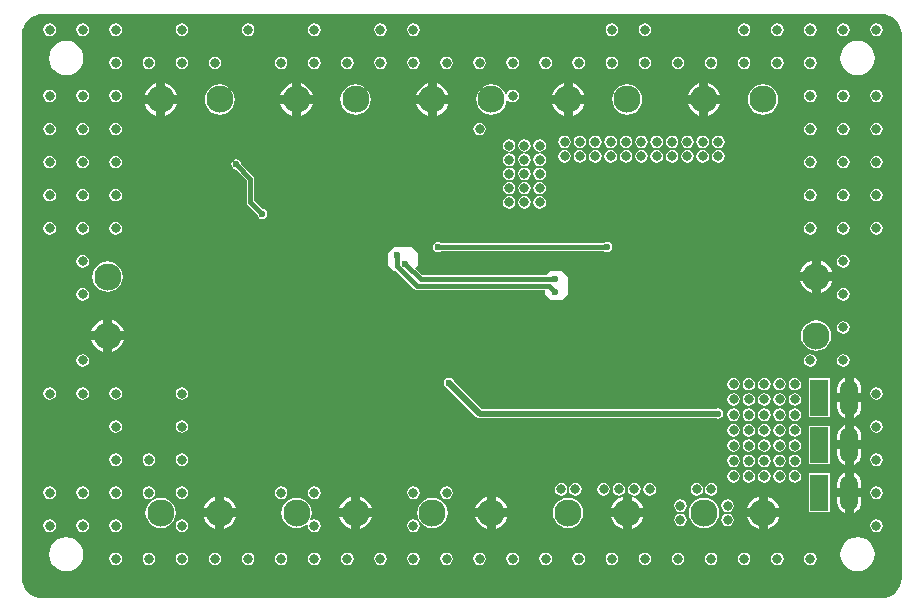
<source format=gbl>
G04*
G04 #@! TF.GenerationSoftware,Altium Limited,Altium Designer,21.9.2 (33)*
G04*
G04 Layer_Physical_Order=4*
G04 Layer_Color=16711680*
%FSLAX25Y25*%
%MOIN*%
G70*
G04*
G04 #@! TF.SameCoordinates,F924B2C3-1D75-45BD-9772-218C77F4F8C2*
G04*
G04*
G04 #@! TF.FilePolarity,Positive*
G04*
G01*
G75*
%ADD54C,0.02000*%
%ADD55C,0.01500*%
%ADD56R,0.05937X0.11874*%
%ADD57O,0.05937X0.11874*%
%ADD58C,0.09055*%
%ADD59C,0.03150*%
%ADD60C,0.02362*%
G36*
X288739Y195702D02*
X290026Y195311D01*
X291211Y194678D01*
X292250Y193825D01*
X293103Y192786D01*
X293737Y191601D01*
X294127Y190314D01*
X294258Y188985D01*
X294256Y188976D01*
Y7874D01*
X294258Y7865D01*
X294127Y6536D01*
X293737Y5250D01*
X293103Y4064D01*
X292250Y3025D01*
X291211Y2173D01*
X290026Y1539D01*
X288739Y1149D01*
X287410Y1018D01*
X287402Y1020D01*
X7874D01*
X7865Y1018D01*
X6536Y1149D01*
X5250Y1539D01*
X4064Y2173D01*
X3025Y3025D01*
X2173Y4064D01*
X1539Y5250D01*
X1149Y6536D01*
X1018Y7865D01*
X1020Y7874D01*
Y188976D01*
X1018Y188985D01*
X1149Y190314D01*
X1539Y191601D01*
X2173Y192786D01*
X3025Y193825D01*
X4064Y194678D01*
X5250Y195311D01*
X6536Y195702D01*
X7865Y195833D01*
X7874Y195831D01*
X287402D01*
X287410Y195833D01*
X288739Y195702D01*
D02*
G37*
%LPC*%
G36*
X285827Y192667D02*
X285017Y192506D01*
X284331Y192047D01*
X283872Y191361D01*
X283711Y190551D01*
X283872Y189742D01*
X284331Y189055D01*
X285017Y188597D01*
X285827Y188436D01*
X286636Y188597D01*
X287323Y189055D01*
X287781Y189742D01*
X287942Y190551D01*
X287781Y191361D01*
X287323Y192047D01*
X286636Y192506D01*
X285827Y192667D01*
D02*
G37*
G36*
X274803D02*
X273993Y192506D01*
X273307Y192047D01*
X272849Y191361D01*
X272688Y190551D01*
X272849Y189742D01*
X273307Y189055D01*
X273993Y188597D01*
X274803Y188436D01*
X275613Y188597D01*
X276299Y189055D01*
X276758Y189742D01*
X276919Y190551D01*
X276758Y191361D01*
X276299Y192047D01*
X275613Y192506D01*
X274803Y192667D01*
D02*
G37*
G36*
X263779D02*
X262970Y192506D01*
X262284Y192047D01*
X261825Y191361D01*
X261664Y190551D01*
X261825Y189742D01*
X262284Y189055D01*
X262970Y188597D01*
X263779Y188436D01*
X264589Y188597D01*
X265275Y189055D01*
X265734Y189742D01*
X265895Y190551D01*
X265734Y191361D01*
X265275Y192047D01*
X264589Y192506D01*
X263779Y192667D01*
D02*
G37*
G36*
X252756D02*
X251946Y192506D01*
X251260Y192047D01*
X250801Y191361D01*
X250640Y190551D01*
X250801Y189742D01*
X251260Y189055D01*
X251946Y188597D01*
X252756Y188436D01*
X253565Y188597D01*
X254252Y189055D01*
X254710Y189742D01*
X254871Y190551D01*
X254710Y191361D01*
X254252Y192047D01*
X253565Y192506D01*
X252756Y192667D01*
D02*
G37*
G36*
X241732D02*
X240923Y192506D01*
X240236Y192047D01*
X239778Y191361D01*
X239617Y190551D01*
X239778Y189742D01*
X240236Y189055D01*
X240923Y188597D01*
X241732Y188436D01*
X242542Y188597D01*
X243228Y189055D01*
X243687Y189742D01*
X243848Y190551D01*
X243687Y191361D01*
X243228Y192047D01*
X242542Y192506D01*
X241732Y192667D01*
D02*
G37*
G36*
X208661D02*
X207852Y192506D01*
X207166Y192047D01*
X206707Y191361D01*
X206546Y190551D01*
X206707Y189742D01*
X207166Y189055D01*
X207852Y188597D01*
X208661Y188436D01*
X209471Y188597D01*
X210157Y189055D01*
X210616Y189742D01*
X210777Y190551D01*
X210616Y191361D01*
X210157Y192047D01*
X209471Y192506D01*
X208661Y192667D01*
D02*
G37*
G36*
X197638D02*
X196828Y192506D01*
X196142Y192047D01*
X195683Y191361D01*
X195522Y190551D01*
X195683Y189742D01*
X196142Y189055D01*
X196828Y188597D01*
X197638Y188436D01*
X198447Y188597D01*
X199134Y189055D01*
X199592Y189742D01*
X199753Y190551D01*
X199592Y191361D01*
X199134Y192047D01*
X198447Y192506D01*
X197638Y192667D01*
D02*
G37*
G36*
X131496D02*
X130686Y192506D01*
X130000Y192047D01*
X129542Y191361D01*
X129381Y190551D01*
X129542Y189742D01*
X130000Y189055D01*
X130686Y188597D01*
X131496Y188436D01*
X132306Y188597D01*
X132992Y189055D01*
X133450Y189742D01*
X133612Y190551D01*
X133450Y191361D01*
X132992Y192047D01*
X132306Y192506D01*
X131496Y192667D01*
D02*
G37*
G36*
X120472D02*
X119663Y192506D01*
X118976Y192047D01*
X118518Y191361D01*
X118357Y190551D01*
X118518Y189742D01*
X118976Y189055D01*
X119663Y188597D01*
X120472Y188436D01*
X121282Y188597D01*
X121968Y189055D01*
X122427Y189742D01*
X122588Y190551D01*
X122427Y191361D01*
X121968Y192047D01*
X121282Y192506D01*
X120472Y192667D01*
D02*
G37*
G36*
X98425D02*
X97616Y192506D01*
X96929Y192047D01*
X96471Y191361D01*
X96310Y190551D01*
X96471Y189742D01*
X96929Y189055D01*
X97616Y188597D01*
X98425Y188436D01*
X99235Y188597D01*
X99921Y189055D01*
X100380Y189742D01*
X100541Y190551D01*
X100380Y191361D01*
X99921Y192047D01*
X99235Y192506D01*
X98425Y192667D01*
D02*
G37*
G36*
X76378D02*
X75568Y192506D01*
X74882Y192047D01*
X74423Y191361D01*
X74262Y190551D01*
X74423Y189742D01*
X74882Y189055D01*
X75568Y188597D01*
X76378Y188436D01*
X77188Y188597D01*
X77874Y189055D01*
X78332Y189742D01*
X78493Y190551D01*
X78332Y191361D01*
X77874Y192047D01*
X77188Y192506D01*
X76378Y192667D01*
D02*
G37*
G36*
X54331D02*
X53521Y192506D01*
X52835Y192047D01*
X52376Y191361D01*
X52215Y190551D01*
X52376Y189742D01*
X52835Y189055D01*
X53521Y188597D01*
X54331Y188436D01*
X55140Y188597D01*
X55826Y189055D01*
X56285Y189742D01*
X56446Y190551D01*
X56285Y191361D01*
X55826Y192047D01*
X55140Y192506D01*
X54331Y192667D01*
D02*
G37*
G36*
X32283D02*
X31474Y192506D01*
X30788Y192047D01*
X30329Y191361D01*
X30168Y190551D01*
X30329Y189742D01*
X30788Y189055D01*
X31474Y188597D01*
X32283Y188436D01*
X33093Y188597D01*
X33779Y189055D01*
X34238Y189742D01*
X34399Y190551D01*
X34238Y191361D01*
X33779Y192047D01*
X33093Y192506D01*
X32283Y192667D01*
D02*
G37*
G36*
X21260D02*
X20450Y192506D01*
X19764Y192047D01*
X19305Y191361D01*
X19144Y190551D01*
X19305Y189742D01*
X19764Y189055D01*
X20450Y188597D01*
X21260Y188436D01*
X22069Y188597D01*
X22756Y189055D01*
X23214Y189742D01*
X23375Y190551D01*
X23214Y191361D01*
X22756Y192047D01*
X22069Y192506D01*
X21260Y192667D01*
D02*
G37*
G36*
X10236D02*
X9427Y192506D01*
X8740Y192047D01*
X8282Y191361D01*
X8121Y190551D01*
X8282Y189742D01*
X8740Y189055D01*
X9427Y188597D01*
X10236Y188436D01*
X11046Y188597D01*
X11732Y189055D01*
X12191Y189742D01*
X12352Y190551D01*
X12191Y191361D01*
X11732Y192047D01*
X11046Y192506D01*
X10236Y192667D01*
D02*
G37*
G36*
X263779Y181643D02*
X262970Y181482D01*
X262284Y181023D01*
X261825Y180337D01*
X261664Y179527D01*
X261825Y178718D01*
X262284Y178032D01*
X262970Y177573D01*
X263779Y177412D01*
X264589Y177573D01*
X265275Y178032D01*
X265734Y178718D01*
X265895Y179527D01*
X265734Y180337D01*
X265275Y181023D01*
X264589Y181482D01*
X263779Y181643D01*
D02*
G37*
G36*
X252756D02*
X251946Y181482D01*
X251260Y181023D01*
X250801Y180337D01*
X250640Y179527D01*
X250801Y178718D01*
X251260Y178032D01*
X251946Y177573D01*
X252756Y177412D01*
X253565Y177573D01*
X254252Y178032D01*
X254710Y178718D01*
X254871Y179527D01*
X254710Y180337D01*
X254252Y181023D01*
X253565Y181482D01*
X252756Y181643D01*
D02*
G37*
G36*
X241732D02*
X240923Y181482D01*
X240236Y181023D01*
X239778Y180337D01*
X239617Y179527D01*
X239778Y178718D01*
X240236Y178032D01*
X240923Y177573D01*
X241732Y177412D01*
X242542Y177573D01*
X243228Y178032D01*
X243687Y178718D01*
X243848Y179527D01*
X243687Y180337D01*
X243228Y181023D01*
X242542Y181482D01*
X241732Y181643D01*
D02*
G37*
G36*
X230709D02*
X229899Y181482D01*
X229213Y181023D01*
X228754Y180337D01*
X228593Y179527D01*
X228754Y178718D01*
X229213Y178032D01*
X229899Y177573D01*
X230709Y177412D01*
X231518Y177573D01*
X232204Y178032D01*
X232663Y178718D01*
X232824Y179527D01*
X232663Y180337D01*
X232204Y181023D01*
X231518Y181482D01*
X230709Y181643D01*
D02*
G37*
G36*
X219685D02*
X218875Y181482D01*
X218189Y181023D01*
X217731Y180337D01*
X217569Y179527D01*
X217731Y178718D01*
X218189Y178032D01*
X218875Y177573D01*
X219685Y177412D01*
X220495Y177573D01*
X221181Y178032D01*
X221639Y178718D01*
X221800Y179527D01*
X221639Y180337D01*
X221181Y181023D01*
X220495Y181482D01*
X219685Y181643D01*
D02*
G37*
G36*
X208661D02*
X207852Y181482D01*
X207166Y181023D01*
X206707Y180337D01*
X206546Y179527D01*
X206707Y178718D01*
X207166Y178032D01*
X207852Y177573D01*
X208661Y177412D01*
X209471Y177573D01*
X210157Y178032D01*
X210616Y178718D01*
X210777Y179527D01*
X210616Y180337D01*
X210157Y181023D01*
X209471Y181482D01*
X208661Y181643D01*
D02*
G37*
G36*
X197638D02*
X196828Y181482D01*
X196142Y181023D01*
X195683Y180337D01*
X195522Y179527D01*
X195683Y178718D01*
X196142Y178032D01*
X196828Y177573D01*
X197638Y177412D01*
X198447Y177573D01*
X199134Y178032D01*
X199592Y178718D01*
X199753Y179527D01*
X199592Y180337D01*
X199134Y181023D01*
X198447Y181482D01*
X197638Y181643D01*
D02*
G37*
G36*
X186614D02*
X185805Y181482D01*
X185118Y181023D01*
X184660Y180337D01*
X184499Y179527D01*
X184660Y178718D01*
X185118Y178032D01*
X185805Y177573D01*
X186614Y177412D01*
X187424Y177573D01*
X188110Y178032D01*
X188568Y178718D01*
X188730Y179527D01*
X188568Y180337D01*
X188110Y181023D01*
X187424Y181482D01*
X186614Y181643D01*
D02*
G37*
G36*
X175591D02*
X174781Y181482D01*
X174095Y181023D01*
X173636Y180337D01*
X173475Y179527D01*
X173636Y178718D01*
X174095Y178032D01*
X174781Y177573D01*
X175591Y177412D01*
X176400Y177573D01*
X177086Y178032D01*
X177545Y178718D01*
X177706Y179527D01*
X177545Y180337D01*
X177086Y181023D01*
X176400Y181482D01*
X175591Y181643D01*
D02*
G37*
G36*
X164567D02*
X163757Y181482D01*
X163071Y181023D01*
X162612Y180337D01*
X162451Y179527D01*
X162612Y178718D01*
X163071Y178032D01*
X163757Y177573D01*
X164567Y177412D01*
X165376Y177573D01*
X166063Y178032D01*
X166521Y178718D01*
X166682Y179527D01*
X166521Y180337D01*
X166063Y181023D01*
X165376Y181482D01*
X164567Y181643D01*
D02*
G37*
G36*
X153543D02*
X152734Y181482D01*
X152047Y181023D01*
X151589Y180337D01*
X151428Y179527D01*
X151589Y178718D01*
X152047Y178032D01*
X152734Y177573D01*
X153543Y177412D01*
X154353Y177573D01*
X155039Y178032D01*
X155498Y178718D01*
X155659Y179527D01*
X155498Y180337D01*
X155039Y181023D01*
X154353Y181482D01*
X153543Y181643D01*
D02*
G37*
G36*
X142520D02*
X141710Y181482D01*
X141024Y181023D01*
X140565Y180337D01*
X140404Y179527D01*
X140565Y178718D01*
X141024Y178032D01*
X141710Y177573D01*
X142520Y177412D01*
X143329Y177573D01*
X144016Y178032D01*
X144474Y178718D01*
X144635Y179527D01*
X144474Y180337D01*
X144016Y181023D01*
X143329Y181482D01*
X142520Y181643D01*
D02*
G37*
G36*
X131496D02*
X130686Y181482D01*
X130000Y181023D01*
X129542Y180337D01*
X129381Y179527D01*
X129542Y178718D01*
X130000Y178032D01*
X130686Y177573D01*
X131496Y177412D01*
X132306Y177573D01*
X132992Y178032D01*
X133450Y178718D01*
X133612Y179527D01*
X133450Y180337D01*
X132992Y181023D01*
X132306Y181482D01*
X131496Y181643D01*
D02*
G37*
G36*
X120472D02*
X119663Y181482D01*
X118976Y181023D01*
X118518Y180337D01*
X118357Y179527D01*
X118518Y178718D01*
X118976Y178032D01*
X119663Y177573D01*
X120472Y177412D01*
X121282Y177573D01*
X121968Y178032D01*
X122427Y178718D01*
X122588Y179527D01*
X122427Y180337D01*
X121968Y181023D01*
X121282Y181482D01*
X120472Y181643D01*
D02*
G37*
G36*
X109449D02*
X108639Y181482D01*
X107953Y181023D01*
X107494Y180337D01*
X107333Y179527D01*
X107494Y178718D01*
X107953Y178032D01*
X108639Y177573D01*
X109449Y177412D01*
X110258Y177573D01*
X110945Y178032D01*
X111403Y178718D01*
X111564Y179527D01*
X111403Y180337D01*
X110945Y181023D01*
X110258Y181482D01*
X109449Y181643D01*
D02*
G37*
G36*
X98425D02*
X97616Y181482D01*
X96929Y181023D01*
X96471Y180337D01*
X96310Y179527D01*
X96471Y178718D01*
X96929Y178032D01*
X97616Y177573D01*
X98425Y177412D01*
X99235Y177573D01*
X99921Y178032D01*
X100380Y178718D01*
X100541Y179527D01*
X100380Y180337D01*
X99921Y181023D01*
X99235Y181482D01*
X98425Y181643D01*
D02*
G37*
G36*
X87401D02*
X86592Y181482D01*
X85906Y181023D01*
X85447Y180337D01*
X85286Y179527D01*
X85447Y178718D01*
X85906Y178032D01*
X86592Y177573D01*
X87401Y177412D01*
X88211Y177573D01*
X88897Y178032D01*
X89356Y178718D01*
X89517Y179527D01*
X89356Y180337D01*
X88897Y181023D01*
X88211Y181482D01*
X87401Y181643D01*
D02*
G37*
G36*
X65354D02*
X64545Y181482D01*
X63858Y181023D01*
X63400Y180337D01*
X63239Y179527D01*
X63400Y178718D01*
X63858Y178032D01*
X64545Y177573D01*
X65354Y177412D01*
X66164Y177573D01*
X66850Y178032D01*
X67309Y178718D01*
X67470Y179527D01*
X67309Y180337D01*
X66850Y181023D01*
X66164Y181482D01*
X65354Y181643D01*
D02*
G37*
G36*
X54331D02*
X53521Y181482D01*
X52835Y181023D01*
X52376Y180337D01*
X52215Y179527D01*
X52376Y178718D01*
X52835Y178032D01*
X53521Y177573D01*
X54331Y177412D01*
X55140Y177573D01*
X55826Y178032D01*
X56285Y178718D01*
X56446Y179527D01*
X56285Y180337D01*
X55826Y181023D01*
X55140Y181482D01*
X54331Y181643D01*
D02*
G37*
G36*
X43307D02*
X42498Y181482D01*
X41811Y181023D01*
X41353Y180337D01*
X41192Y179527D01*
X41353Y178718D01*
X41811Y178032D01*
X42498Y177573D01*
X43307Y177412D01*
X44117Y177573D01*
X44803Y178032D01*
X45261Y178718D01*
X45423Y179527D01*
X45261Y180337D01*
X44803Y181023D01*
X44117Y181482D01*
X43307Y181643D01*
D02*
G37*
G36*
X32283D02*
X31474Y181482D01*
X30788Y181023D01*
X30329Y180337D01*
X30168Y179527D01*
X30329Y178718D01*
X30788Y178032D01*
X31474Y177573D01*
X32283Y177412D01*
X33093Y177573D01*
X33779Y178032D01*
X34238Y178718D01*
X34399Y179527D01*
X34238Y180337D01*
X33779Y181023D01*
X33093Y181482D01*
X32283Y181643D01*
D02*
G37*
G36*
X279528Y186860D02*
X278037Y186664D01*
X276649Y186089D01*
X275456Y185174D01*
X274541Y183981D01*
X273966Y182593D01*
X273770Y181102D01*
X273966Y179612D01*
X274541Y178223D01*
X275456Y177031D01*
X276649Y176116D01*
X278037Y175541D01*
X279528Y175344D01*
X281018Y175541D01*
X282406Y176116D01*
X283599Y177031D01*
X284514Y178223D01*
X285089Y179612D01*
X285285Y181102D01*
X285089Y182593D01*
X284514Y183981D01*
X283599Y185174D01*
X282406Y186089D01*
X281018Y186664D01*
X279528Y186860D01*
D02*
G37*
G36*
X15748D02*
X14258Y186664D01*
X12869Y186089D01*
X11677Y185174D01*
X10762Y183981D01*
X10186Y182593D01*
X9990Y181102D01*
X10186Y179612D01*
X10762Y178223D01*
X11677Y177031D01*
X12869Y176116D01*
X14258Y175541D01*
X15748Y175344D01*
X17238Y175541D01*
X18627Y176116D01*
X19819Y177031D01*
X20734Y178223D01*
X21310Y179612D01*
X21506Y181102D01*
X21310Y182593D01*
X20734Y183981D01*
X19819Y185174D01*
X18627Y186089D01*
X17238Y186664D01*
X15748Y186860D01*
D02*
G37*
G36*
X184571Y172685D02*
Y168823D01*
X188433D01*
X187899Y170110D01*
X187013Y171265D01*
X185859Y172151D01*
X184571Y172685D01*
D02*
G37*
G36*
X139295Y172685D02*
Y168823D01*
X143157D01*
X142624Y170110D01*
X141738Y171265D01*
X140583Y172151D01*
X139295Y172685D01*
D02*
G37*
G36*
X229847D02*
Y168823D01*
X233708D01*
X233175Y170110D01*
X232289Y171265D01*
X231134Y172151D01*
X229847Y172685D01*
D02*
G37*
G36*
X94020D02*
Y168823D01*
X97881D01*
X97348Y170110D01*
X96462Y171265D01*
X95307Y172151D01*
X94020Y172685D01*
D02*
G37*
G36*
X48744D02*
Y168823D01*
X52606D01*
X52072Y170110D01*
X51186Y171265D01*
X50032Y172151D01*
X48744Y172685D01*
D02*
G37*
G36*
X136295D02*
X135008Y172151D01*
X133853Y171265D01*
X132967Y170110D01*
X132434Y168823D01*
X136295D01*
Y172685D01*
D02*
G37*
G36*
X226847D02*
X225559Y172151D01*
X224404Y171265D01*
X223518Y170110D01*
X222985Y168823D01*
X226847D01*
Y172685D01*
D02*
G37*
G36*
X91020D02*
X89732Y172151D01*
X88577Y171265D01*
X87691Y170110D01*
X87158Y168823D01*
X91020D01*
Y172685D01*
D02*
G37*
G36*
X45744D02*
X44456Y172151D01*
X43302Y171265D01*
X42416Y170110D01*
X41882Y168823D01*
X45744D01*
Y172685D01*
D02*
G37*
G36*
X181571Y172685D02*
X180283Y172151D01*
X179129Y171265D01*
X178243Y170110D01*
X177709Y168823D01*
X181571D01*
Y172685D01*
D02*
G37*
G36*
X285827Y170619D02*
X285017Y170458D01*
X284331Y170000D01*
X283872Y169313D01*
X283711Y168504D01*
X283872Y167694D01*
X284331Y167008D01*
X285017Y166550D01*
X285827Y166388D01*
X286636Y166550D01*
X287323Y167008D01*
X287781Y167694D01*
X287942Y168504D01*
X287781Y169313D01*
X287323Y170000D01*
X286636Y170458D01*
X285827Y170619D01*
D02*
G37*
G36*
X274803D02*
X273993Y170458D01*
X273307Y170000D01*
X272849Y169313D01*
X272688Y168504D01*
X272849Y167694D01*
X273307Y167008D01*
X273993Y166550D01*
X274803Y166388D01*
X275613Y166550D01*
X276299Y167008D01*
X276758Y167694D01*
X276919Y168504D01*
X276758Y169313D01*
X276299Y170000D01*
X275613Y170458D01*
X274803Y170619D01*
D02*
G37*
G36*
X263779D02*
X262970Y170458D01*
X262284Y170000D01*
X261825Y169313D01*
X261664Y168504D01*
X261825Y167694D01*
X262284Y167008D01*
X262970Y166550D01*
X263779Y166388D01*
X264589Y166550D01*
X265275Y167008D01*
X265734Y167694D01*
X265895Y168504D01*
X265734Y169313D01*
X265275Y170000D01*
X264589Y170458D01*
X263779Y170619D01*
D02*
G37*
G36*
X157480Y172394D02*
X156168Y172221D01*
X154945Y171714D01*
X153895Y170908D01*
X153089Y169858D01*
X152582Y168635D01*
X152409Y167323D01*
X152582Y166010D01*
X153089Y164787D01*
X153895Y163737D01*
X154945Y162931D01*
X156168Y162425D01*
X157480Y162252D01*
X158793Y162425D01*
X160016Y162931D01*
X161066Y163737D01*
X161872Y164787D01*
X162379Y166010D01*
X162503Y166958D01*
X163023Y167079D01*
X163071Y167008D01*
X163757Y166550D01*
X164567Y166388D01*
X165376Y166550D01*
X166063Y167008D01*
X166521Y167694D01*
X166682Y168504D01*
X166521Y169313D01*
X166063Y170000D01*
X165376Y170458D01*
X164567Y170619D01*
X163757Y170458D01*
X163071Y170000D01*
X162629Y169338D01*
X162491Y169311D01*
X162101Y169305D01*
X161872Y169858D01*
X161066Y170908D01*
X160016Y171714D01*
X158793Y172221D01*
X157480Y172394D01*
D02*
G37*
G36*
X32283Y170619D02*
X31474Y170458D01*
X30788Y170000D01*
X30329Y169313D01*
X30168Y168504D01*
X30329Y167694D01*
X30788Y167008D01*
X31474Y166550D01*
X32283Y166388D01*
X33093Y166550D01*
X33779Y167008D01*
X34238Y167694D01*
X34399Y168504D01*
X34238Y169313D01*
X33779Y170000D01*
X33093Y170458D01*
X32283Y170619D01*
D02*
G37*
G36*
X21260D02*
X20450Y170458D01*
X19764Y170000D01*
X19305Y169313D01*
X19144Y168504D01*
X19305Y167694D01*
X19764Y167008D01*
X20450Y166550D01*
X21260Y166388D01*
X22069Y166550D01*
X22756Y167008D01*
X23214Y167694D01*
X23375Y168504D01*
X23214Y169313D01*
X22756Y170000D01*
X22069Y170458D01*
X21260Y170619D01*
D02*
G37*
G36*
X10236D02*
X9427Y170458D01*
X8740Y170000D01*
X8282Y169313D01*
X8121Y168504D01*
X8282Y167694D01*
X8740Y167008D01*
X9427Y166550D01*
X10236Y166388D01*
X11046Y166550D01*
X11732Y167008D01*
X12191Y167694D01*
X12352Y168504D01*
X12191Y169313D01*
X11732Y170000D01*
X11046Y170458D01*
X10236Y170619D01*
D02*
G37*
G36*
X248031Y172394D02*
X246719Y172221D01*
X245496Y171714D01*
X244446Y170908D01*
X243640Y169858D01*
X243133Y168635D01*
X242961Y167323D01*
X243133Y166010D01*
X243640Y164787D01*
X244446Y163737D01*
X245496Y162931D01*
X246719Y162425D01*
X248031Y162252D01*
X249344Y162425D01*
X250567Y162931D01*
X251617Y163737D01*
X252423Y164787D01*
X252930Y166010D01*
X253102Y167323D01*
X252930Y168635D01*
X252423Y169858D01*
X251617Y170908D01*
X250567Y171714D01*
X249344Y172221D01*
X248031Y172394D01*
D02*
G37*
G36*
X202756D02*
X201444Y172221D01*
X200220Y171714D01*
X199170Y170908D01*
X198364Y169858D01*
X197858Y168635D01*
X197685Y167323D01*
X197858Y166010D01*
X198364Y164787D01*
X199170Y163737D01*
X200220Y162931D01*
X201444Y162425D01*
X202756Y162252D01*
X204068Y162425D01*
X205291Y162931D01*
X206342Y163737D01*
X207148Y164787D01*
X207654Y166010D01*
X207827Y167323D01*
X207654Y168635D01*
X207148Y169858D01*
X206342Y170908D01*
X205291Y171714D01*
X204068Y172221D01*
X202756Y172394D01*
D02*
G37*
G36*
X112205D02*
X110892Y172221D01*
X109669Y171714D01*
X108619Y170908D01*
X107813Y169858D01*
X107307Y168635D01*
X107134Y167323D01*
X107307Y166010D01*
X107813Y164787D01*
X108619Y163737D01*
X109669Y162931D01*
X110892Y162425D01*
X112205Y162252D01*
X113517Y162425D01*
X114740Y162931D01*
X115790Y163737D01*
X116596Y164787D01*
X117103Y166010D01*
X117276Y167323D01*
X117103Y168635D01*
X116596Y169858D01*
X115790Y170908D01*
X114740Y171714D01*
X113517Y172221D01*
X112205Y172394D01*
D02*
G37*
G36*
X66929D02*
X65617Y172221D01*
X64394Y171714D01*
X63343Y170908D01*
X62538Y169858D01*
X62031Y168635D01*
X61858Y167323D01*
X62031Y166010D01*
X62538Y164787D01*
X63343Y163737D01*
X64394Y162931D01*
X65617Y162425D01*
X66929Y162252D01*
X68242Y162425D01*
X69465Y162931D01*
X70515Y163737D01*
X71321Y164787D01*
X71827Y166010D01*
X72000Y167323D01*
X71827Y168635D01*
X71321Y169858D01*
X70515Y170908D01*
X69465Y171714D01*
X68242Y172221D01*
X66929Y172394D01*
D02*
G37*
G36*
X188433Y165823D02*
X184571D01*
Y161961D01*
X185859Y162495D01*
X187013Y163381D01*
X187899Y164535D01*
X188433Y165823D01*
D02*
G37*
G36*
X233708D02*
X229847D01*
Y161961D01*
X231134Y162495D01*
X232289Y163381D01*
X233175Y164535D01*
X233708Y165823D01*
D02*
G37*
G36*
X143157D02*
X139295D01*
Y161961D01*
X140583Y162495D01*
X141738Y163381D01*
X142624Y164535D01*
X143157Y165823D01*
D02*
G37*
G36*
X97881D02*
X94020D01*
Y161961D01*
X95307Y162495D01*
X96462Y163381D01*
X97348Y164535D01*
X97881Y165823D01*
D02*
G37*
G36*
X52606D02*
X48744D01*
Y161961D01*
X50032Y162495D01*
X51186Y163381D01*
X52072Y164535D01*
X52606Y165823D01*
D02*
G37*
G36*
X45744D02*
X41882D01*
X42416Y164535D01*
X43302Y163381D01*
X44456Y162495D01*
X45744Y161961D01*
Y165823D01*
D02*
G37*
G36*
X226847D02*
X222985D01*
X223518Y164535D01*
X224404Y163381D01*
X225559Y162495D01*
X226847Y161961D01*
Y165823D01*
D02*
G37*
G36*
X136295D02*
X132434D01*
X132967Y164535D01*
X133853Y163381D01*
X135008Y162495D01*
X136295Y161961D01*
Y165823D01*
D02*
G37*
G36*
X91020D02*
X87158D01*
X87691Y164535D01*
X88577Y163381D01*
X89732Y162495D01*
X91020Y161961D01*
Y165823D01*
D02*
G37*
G36*
X181571D02*
X177709D01*
X178243Y164535D01*
X179129Y163381D01*
X180283Y162495D01*
X181571Y161961D01*
Y165823D01*
D02*
G37*
G36*
X285827Y159596D02*
X285017Y159435D01*
X284331Y158976D01*
X283872Y158290D01*
X283711Y157480D01*
X283872Y156671D01*
X284331Y155984D01*
X285017Y155526D01*
X285827Y155365D01*
X286636Y155526D01*
X287323Y155984D01*
X287781Y156671D01*
X287942Y157480D01*
X287781Y158290D01*
X287323Y158976D01*
X286636Y159435D01*
X285827Y159596D01*
D02*
G37*
G36*
X274803D02*
X273993Y159435D01*
X273307Y158976D01*
X272849Y158290D01*
X272688Y157480D01*
X272849Y156671D01*
X273307Y155984D01*
X273993Y155526D01*
X274803Y155365D01*
X275613Y155526D01*
X276299Y155984D01*
X276758Y156671D01*
X276919Y157480D01*
X276758Y158290D01*
X276299Y158976D01*
X275613Y159435D01*
X274803Y159596D01*
D02*
G37*
G36*
X263779D02*
X262970Y159435D01*
X262284Y158976D01*
X261825Y158290D01*
X261664Y157480D01*
X261825Y156671D01*
X262284Y155984D01*
X262970Y155526D01*
X263779Y155365D01*
X264589Y155526D01*
X265275Y155984D01*
X265734Y156671D01*
X265895Y157480D01*
X265734Y158290D01*
X265275Y158976D01*
X264589Y159435D01*
X263779Y159596D01*
D02*
G37*
G36*
X153543D02*
X152734Y159435D01*
X152047Y158976D01*
X151589Y158290D01*
X151428Y157480D01*
X151589Y156671D01*
X152047Y155984D01*
X152734Y155526D01*
X153543Y155365D01*
X154353Y155526D01*
X155039Y155984D01*
X155498Y156671D01*
X155659Y157480D01*
X155498Y158290D01*
X155039Y158976D01*
X154353Y159435D01*
X153543Y159596D01*
D02*
G37*
G36*
X32283D02*
X31474Y159435D01*
X30788Y158976D01*
X30329Y158290D01*
X30168Y157480D01*
X30329Y156671D01*
X30788Y155984D01*
X31474Y155526D01*
X32283Y155365D01*
X33093Y155526D01*
X33779Y155984D01*
X34238Y156671D01*
X34399Y157480D01*
X34238Y158290D01*
X33779Y158976D01*
X33093Y159435D01*
X32283Y159596D01*
D02*
G37*
G36*
X21260D02*
X20450Y159435D01*
X19764Y158976D01*
X19305Y158290D01*
X19144Y157480D01*
X19305Y156671D01*
X19764Y155984D01*
X20450Y155526D01*
X21260Y155365D01*
X22069Y155526D01*
X22756Y155984D01*
X23214Y156671D01*
X23375Y157480D01*
X23214Y158290D01*
X22756Y158976D01*
X22069Y159435D01*
X21260Y159596D01*
D02*
G37*
G36*
X10236D02*
X9427Y159435D01*
X8740Y158976D01*
X8282Y158290D01*
X8121Y157480D01*
X8282Y156671D01*
X8740Y155984D01*
X9427Y155526D01*
X10236Y155365D01*
X11046Y155526D01*
X11732Y155984D01*
X12191Y156671D01*
X12352Y157480D01*
X12191Y158290D01*
X11732Y158976D01*
X11046Y159435D01*
X10236Y159596D01*
D02*
G37*
G36*
X233071Y155265D02*
X232261Y155104D01*
X231575Y154646D01*
X231116Y153959D01*
X230955Y153150D01*
X231116Y152340D01*
X231575Y151654D01*
X232261Y151195D01*
X233071Y151034D01*
X233880Y151195D01*
X234567Y151654D01*
X235025Y152340D01*
X235186Y153150D01*
X235025Y153959D01*
X234567Y154646D01*
X233880Y155104D01*
X233071Y155265D01*
D02*
G37*
G36*
X227953D02*
X227143Y155104D01*
X226457Y154646D01*
X225998Y153959D01*
X225837Y153150D01*
X225998Y152340D01*
X226457Y151654D01*
X227143Y151195D01*
X227953Y151034D01*
X228762Y151195D01*
X229449Y151654D01*
X229907Y152340D01*
X230068Y153150D01*
X229907Y153959D01*
X229449Y154646D01*
X228762Y155104D01*
X227953Y155265D01*
D02*
G37*
G36*
X222835D02*
X222025Y155104D01*
X221339Y154646D01*
X220880Y153959D01*
X220719Y153150D01*
X220880Y152340D01*
X221339Y151654D01*
X222025Y151195D01*
X222835Y151034D01*
X223644Y151195D01*
X224330Y151654D01*
X224789Y152340D01*
X224950Y153150D01*
X224789Y153959D01*
X224330Y154646D01*
X223644Y155104D01*
X222835Y155265D01*
D02*
G37*
G36*
X217717D02*
X216907Y155104D01*
X216221Y154646D01*
X215762Y153959D01*
X215601Y153150D01*
X215762Y152340D01*
X216221Y151654D01*
X216907Y151195D01*
X217717Y151034D01*
X218526Y151195D01*
X219212Y151654D01*
X219671Y152340D01*
X219832Y153150D01*
X219671Y153959D01*
X219212Y154646D01*
X218526Y155104D01*
X217717Y155265D01*
D02*
G37*
G36*
X212598D02*
X211789Y155104D01*
X211103Y154646D01*
X210644Y153959D01*
X210483Y153150D01*
X210644Y152340D01*
X211103Y151654D01*
X211789Y151195D01*
X212598Y151034D01*
X213408Y151195D01*
X214094Y151654D01*
X214553Y152340D01*
X214714Y153150D01*
X214553Y153959D01*
X214094Y154646D01*
X213408Y155104D01*
X212598Y155265D01*
D02*
G37*
G36*
X207480D02*
X206671Y155104D01*
X205984Y154646D01*
X205526Y153959D01*
X205365Y153150D01*
X205526Y152340D01*
X205984Y151654D01*
X206671Y151195D01*
X207480Y151034D01*
X208290Y151195D01*
X208976Y151654D01*
X209435Y152340D01*
X209596Y153150D01*
X209435Y153959D01*
X208976Y154646D01*
X208290Y155104D01*
X207480Y155265D01*
D02*
G37*
G36*
X202362D02*
X201553Y155104D01*
X200866Y154646D01*
X200408Y153959D01*
X200247Y153150D01*
X200408Y152340D01*
X200866Y151654D01*
X201553Y151195D01*
X202362Y151034D01*
X203172Y151195D01*
X203858Y151654D01*
X204317Y152340D01*
X204478Y153150D01*
X204317Y153959D01*
X203858Y154646D01*
X203172Y155104D01*
X202362Y155265D01*
D02*
G37*
G36*
X197244D02*
X196434Y155104D01*
X195748Y154646D01*
X195290Y153959D01*
X195129Y153150D01*
X195290Y152340D01*
X195748Y151654D01*
X196434Y151195D01*
X197244Y151034D01*
X198054Y151195D01*
X198740Y151654D01*
X199198Y152340D01*
X199360Y153150D01*
X199198Y153959D01*
X198740Y154646D01*
X198054Y155104D01*
X197244Y155265D01*
D02*
G37*
G36*
X192126D02*
X191316Y155104D01*
X190630Y154646D01*
X190172Y153959D01*
X190010Y153150D01*
X190172Y152340D01*
X190630Y151654D01*
X191316Y151195D01*
X192126Y151034D01*
X192936Y151195D01*
X193622Y151654D01*
X194080Y152340D01*
X194241Y153150D01*
X194080Y153959D01*
X193622Y154646D01*
X192936Y155104D01*
X192126Y155265D01*
D02*
G37*
G36*
X187008D02*
X186198Y155104D01*
X185512Y154646D01*
X185054Y153959D01*
X184892Y153150D01*
X185054Y152340D01*
X185512Y151654D01*
X186198Y151195D01*
X187008Y151034D01*
X187817Y151195D01*
X188504Y151654D01*
X188962Y152340D01*
X189123Y153150D01*
X188962Y153959D01*
X188504Y154646D01*
X187817Y155104D01*
X187008Y155265D01*
D02*
G37*
G36*
X181890D02*
X181080Y155104D01*
X180394Y154646D01*
X179935Y153959D01*
X179774Y153150D01*
X179935Y152340D01*
X180394Y151654D01*
X181080Y151195D01*
X181890Y151034D01*
X182699Y151195D01*
X183386Y151654D01*
X183844Y152340D01*
X184005Y153150D01*
X183844Y153959D01*
X183386Y154646D01*
X182699Y155104D01*
X181890Y155265D01*
D02*
G37*
G36*
X173622Y154084D02*
X172812Y153923D01*
X172126Y153464D01*
X171668Y152778D01*
X171507Y151969D01*
X171668Y151159D01*
X172126Y150473D01*
X172812Y150014D01*
X173622Y149853D01*
X174432Y150014D01*
X175118Y150473D01*
X175576Y151159D01*
X175738Y151969D01*
X175576Y152778D01*
X175118Y153464D01*
X174432Y153923D01*
X173622Y154084D01*
D02*
G37*
G36*
X168504D02*
X167694Y153923D01*
X167008Y153464D01*
X166550Y152778D01*
X166388Y151969D01*
X166550Y151159D01*
X167008Y150473D01*
X167694Y150014D01*
X168504Y149853D01*
X169314Y150014D01*
X170000Y150473D01*
X170458Y151159D01*
X170619Y151969D01*
X170458Y152778D01*
X170000Y153464D01*
X169314Y153923D01*
X168504Y154084D01*
D02*
G37*
G36*
X163386D02*
X162576Y153923D01*
X161890Y153464D01*
X161431Y152778D01*
X161270Y151969D01*
X161431Y151159D01*
X161890Y150473D01*
X162576Y150014D01*
X163386Y149853D01*
X164195Y150014D01*
X164882Y150473D01*
X165340Y151159D01*
X165501Y151969D01*
X165340Y152778D01*
X164882Y153464D01*
X164195Y153923D01*
X163386Y154084D01*
D02*
G37*
G36*
X233071Y150541D02*
X232261Y150380D01*
X231575Y149921D01*
X231116Y149235D01*
X230955Y148425D01*
X231116Y147616D01*
X231575Y146929D01*
X232261Y146471D01*
X233071Y146310D01*
X233880Y146471D01*
X234567Y146929D01*
X235025Y147616D01*
X235186Y148425D01*
X235025Y149235D01*
X234567Y149921D01*
X233880Y150380D01*
X233071Y150541D01*
D02*
G37*
G36*
X227953D02*
X227143Y150380D01*
X226457Y149921D01*
X225998Y149235D01*
X225837Y148425D01*
X225998Y147616D01*
X226457Y146929D01*
X227143Y146471D01*
X227953Y146310D01*
X228762Y146471D01*
X229449Y146929D01*
X229907Y147616D01*
X230068Y148425D01*
X229907Y149235D01*
X229449Y149921D01*
X228762Y150380D01*
X227953Y150541D01*
D02*
G37*
G36*
X222835D02*
X222025Y150380D01*
X221339Y149921D01*
X220880Y149235D01*
X220719Y148425D01*
X220880Y147616D01*
X221339Y146929D01*
X222025Y146471D01*
X222835Y146310D01*
X223644Y146471D01*
X224330Y146929D01*
X224789Y147616D01*
X224950Y148425D01*
X224789Y149235D01*
X224330Y149921D01*
X223644Y150380D01*
X222835Y150541D01*
D02*
G37*
G36*
X217717D02*
X216907Y150380D01*
X216221Y149921D01*
X215762Y149235D01*
X215601Y148425D01*
X215762Y147616D01*
X216221Y146929D01*
X216907Y146471D01*
X217717Y146310D01*
X218526Y146471D01*
X219212Y146929D01*
X219671Y147616D01*
X219832Y148425D01*
X219671Y149235D01*
X219212Y149921D01*
X218526Y150380D01*
X217717Y150541D01*
D02*
G37*
G36*
X212598D02*
X211789Y150380D01*
X211103Y149921D01*
X210644Y149235D01*
X210483Y148425D01*
X210644Y147616D01*
X211103Y146929D01*
X211789Y146471D01*
X212598Y146310D01*
X213408Y146471D01*
X214094Y146929D01*
X214553Y147616D01*
X214714Y148425D01*
X214553Y149235D01*
X214094Y149921D01*
X213408Y150380D01*
X212598Y150541D01*
D02*
G37*
G36*
X207480D02*
X206671Y150380D01*
X205984Y149921D01*
X205526Y149235D01*
X205365Y148425D01*
X205526Y147616D01*
X205984Y146929D01*
X206671Y146471D01*
X207480Y146310D01*
X208290Y146471D01*
X208976Y146929D01*
X209435Y147616D01*
X209596Y148425D01*
X209435Y149235D01*
X208976Y149921D01*
X208290Y150380D01*
X207480Y150541D01*
D02*
G37*
G36*
X202362D02*
X201553Y150380D01*
X200866Y149921D01*
X200408Y149235D01*
X200247Y148425D01*
X200408Y147616D01*
X200866Y146929D01*
X201553Y146471D01*
X202362Y146310D01*
X203172Y146471D01*
X203858Y146929D01*
X204317Y147616D01*
X204478Y148425D01*
X204317Y149235D01*
X203858Y149921D01*
X203172Y150380D01*
X202362Y150541D01*
D02*
G37*
G36*
X197244D02*
X196435Y150380D01*
X195748Y149921D01*
X195290Y149235D01*
X195129Y148425D01*
X195290Y147616D01*
X195748Y146929D01*
X196435Y146471D01*
X197244Y146310D01*
X198054Y146471D01*
X198740Y146929D01*
X199198Y147616D01*
X199360Y148425D01*
X199198Y149235D01*
X198740Y149921D01*
X198054Y150380D01*
X197244Y150541D01*
D02*
G37*
G36*
X192126D02*
X191316Y150380D01*
X190630Y149921D01*
X190172Y149235D01*
X190011Y148425D01*
X190172Y147616D01*
X190630Y146929D01*
X191316Y146471D01*
X192126Y146310D01*
X192936Y146471D01*
X193622Y146929D01*
X194080Y147616D01*
X194241Y148425D01*
X194080Y149235D01*
X193622Y149921D01*
X192936Y150380D01*
X192126Y150541D01*
D02*
G37*
G36*
X187008D02*
X186198Y150380D01*
X185512Y149921D01*
X185054Y149235D01*
X184892Y148425D01*
X185054Y147616D01*
X185512Y146929D01*
X186198Y146471D01*
X187008Y146310D01*
X187818Y146471D01*
X188504Y146929D01*
X188962Y147616D01*
X189123Y148425D01*
X188962Y149235D01*
X188504Y149921D01*
X187818Y150380D01*
X187008Y150541D01*
D02*
G37*
G36*
X181890D02*
X181080Y150380D01*
X180394Y149921D01*
X179935Y149235D01*
X179774Y148425D01*
X179935Y147616D01*
X180394Y146929D01*
X181080Y146471D01*
X181890Y146310D01*
X182699Y146471D01*
X183386Y146929D01*
X183844Y147616D01*
X184005Y148425D01*
X183844Y149235D01*
X183386Y149921D01*
X182699Y150380D01*
X181890Y150541D01*
D02*
G37*
G36*
X173622Y149360D02*
X172812Y149198D01*
X172126Y148740D01*
X171668Y148054D01*
X171507Y147244D01*
X171668Y146434D01*
X172126Y145748D01*
X172812Y145290D01*
X173622Y145129D01*
X174432Y145290D01*
X175118Y145748D01*
X175576Y146434D01*
X175738Y147244D01*
X175576Y148054D01*
X175118Y148740D01*
X174432Y149198D01*
X173622Y149360D01*
D02*
G37*
G36*
X168504D02*
X167694Y149198D01*
X167008Y148740D01*
X166550Y148054D01*
X166388Y147244D01*
X166550Y146434D01*
X167008Y145748D01*
X167694Y145290D01*
X168504Y145129D01*
X169314Y145290D01*
X170000Y145748D01*
X170458Y146434D01*
X170619Y147244D01*
X170458Y148054D01*
X170000Y148740D01*
X169314Y149198D01*
X168504Y149360D01*
D02*
G37*
G36*
X163386D02*
X162576Y149198D01*
X161890Y148740D01*
X161431Y148054D01*
X161270Y147244D01*
X161431Y146434D01*
X161890Y145748D01*
X162576Y145290D01*
X163386Y145129D01*
X164195Y145290D01*
X164882Y145748D01*
X165340Y146434D01*
X165501Y147244D01*
X165340Y148054D01*
X164882Y148740D01*
X164195Y149198D01*
X163386Y149360D01*
D02*
G37*
G36*
X285827Y148572D02*
X285017Y148411D01*
X284331Y147952D01*
X283872Y147266D01*
X283711Y146457D01*
X283872Y145647D01*
X284331Y144961D01*
X285017Y144502D01*
X285827Y144341D01*
X286636Y144502D01*
X287323Y144961D01*
X287781Y145647D01*
X287942Y146457D01*
X287781Y147266D01*
X287323Y147952D01*
X286636Y148411D01*
X285827Y148572D01*
D02*
G37*
G36*
X274803D02*
X273993Y148411D01*
X273307Y147952D01*
X272849Y147266D01*
X272688Y146457D01*
X272849Y145647D01*
X273307Y144961D01*
X273993Y144502D01*
X274803Y144341D01*
X275613Y144502D01*
X276299Y144961D01*
X276758Y145647D01*
X276919Y146457D01*
X276758Y147266D01*
X276299Y147952D01*
X275613Y148411D01*
X274803Y148572D01*
D02*
G37*
G36*
X263779D02*
X262970Y148411D01*
X262284Y147952D01*
X261825Y147266D01*
X261664Y146457D01*
X261825Y145647D01*
X262284Y144961D01*
X262970Y144502D01*
X263779Y144341D01*
X264589Y144502D01*
X265275Y144961D01*
X265734Y145647D01*
X265895Y146457D01*
X265734Y147266D01*
X265275Y147952D01*
X264589Y148411D01*
X263779Y148572D01*
D02*
G37*
G36*
X32283D02*
X31474Y148411D01*
X30788Y147952D01*
X30329Y147266D01*
X30168Y146457D01*
X30329Y145647D01*
X30788Y144961D01*
X31474Y144502D01*
X32283Y144341D01*
X33093Y144502D01*
X33779Y144961D01*
X34238Y145647D01*
X34399Y146457D01*
X34238Y147266D01*
X33779Y147952D01*
X33093Y148411D01*
X32283Y148572D01*
D02*
G37*
G36*
X21260D02*
X20450Y148411D01*
X19764Y147952D01*
X19305Y147266D01*
X19144Y146457D01*
X19305Y145647D01*
X19764Y144961D01*
X20450Y144502D01*
X21260Y144341D01*
X22069Y144502D01*
X22756Y144961D01*
X23214Y145647D01*
X23375Y146457D01*
X23214Y147266D01*
X22756Y147952D01*
X22069Y148411D01*
X21260Y148572D01*
D02*
G37*
G36*
X10236D02*
X9427Y148411D01*
X8740Y147952D01*
X8282Y147266D01*
X8121Y146457D01*
X8282Y145647D01*
X8740Y144961D01*
X9427Y144502D01*
X10236Y144341D01*
X11046Y144502D01*
X11732Y144961D01*
X12191Y145647D01*
X12352Y146457D01*
X12191Y147266D01*
X11732Y147952D01*
X11046Y148411D01*
X10236Y148572D01*
D02*
G37*
G36*
X173622Y144635D02*
X172812Y144474D01*
X172126Y144016D01*
X171668Y143329D01*
X171507Y142520D01*
X171668Y141710D01*
X172126Y141024D01*
X172812Y140565D01*
X173622Y140404D01*
X174432Y140565D01*
X175118Y141024D01*
X175576Y141710D01*
X175738Y142520D01*
X175576Y143329D01*
X175118Y144016D01*
X174432Y144474D01*
X173622Y144635D01*
D02*
G37*
G36*
X168504D02*
X167694Y144474D01*
X167008Y144016D01*
X166550Y143329D01*
X166388Y142520D01*
X166550Y141710D01*
X167008Y141024D01*
X167694Y140565D01*
X168504Y140404D01*
X169314Y140565D01*
X170000Y141024D01*
X170458Y141710D01*
X170619Y142520D01*
X170458Y143329D01*
X170000Y144016D01*
X169314Y144474D01*
X168504Y144635D01*
D02*
G37*
G36*
X163386D02*
X162576Y144474D01*
X161890Y144016D01*
X161431Y143329D01*
X161270Y142520D01*
X161431Y141710D01*
X161890Y141024D01*
X162576Y140565D01*
X163386Y140404D01*
X164195Y140565D01*
X164882Y141024D01*
X165340Y141710D01*
X165501Y142520D01*
X165340Y143329D01*
X164882Y144016D01*
X164195Y144474D01*
X163386Y144635D01*
D02*
G37*
G36*
X173622Y139911D02*
X172812Y139750D01*
X172126Y139291D01*
X171668Y138605D01*
X171507Y137795D01*
X171668Y136986D01*
X172126Y136299D01*
X172812Y135841D01*
X173622Y135680D01*
X174432Y135841D01*
X175118Y136299D01*
X175576Y136986D01*
X175738Y137795D01*
X175576Y138605D01*
X175118Y139291D01*
X174432Y139750D01*
X173622Y139911D01*
D02*
G37*
G36*
X168504D02*
X167694Y139750D01*
X167008Y139291D01*
X166550Y138605D01*
X166388Y137795D01*
X166550Y136986D01*
X167008Y136299D01*
X167694Y135841D01*
X168504Y135680D01*
X169314Y135841D01*
X170000Y136299D01*
X170458Y136986D01*
X170619Y137795D01*
X170458Y138605D01*
X170000Y139291D01*
X169314Y139750D01*
X168504Y139911D01*
D02*
G37*
G36*
X163386D02*
X162576Y139750D01*
X161890Y139291D01*
X161431Y138605D01*
X161270Y137795D01*
X161431Y136986D01*
X161890Y136299D01*
X162576Y135841D01*
X163386Y135680D01*
X164195Y135841D01*
X164882Y136299D01*
X165340Y136986D01*
X165501Y137795D01*
X165340Y138605D01*
X164882Y139291D01*
X164195Y139750D01*
X163386Y139911D01*
D02*
G37*
G36*
X285827Y137548D02*
X285017Y137387D01*
X284331Y136929D01*
X283872Y136243D01*
X283711Y135433D01*
X283872Y134624D01*
X284331Y133937D01*
X285017Y133479D01*
X285827Y133318D01*
X286636Y133479D01*
X287323Y133937D01*
X287781Y134624D01*
X287942Y135433D01*
X287781Y136243D01*
X287323Y136929D01*
X286636Y137387D01*
X285827Y137548D01*
D02*
G37*
G36*
X274803D02*
X273993Y137387D01*
X273307Y136929D01*
X272849Y136243D01*
X272688Y135433D01*
X272849Y134624D01*
X273307Y133937D01*
X273993Y133479D01*
X274803Y133318D01*
X275613Y133479D01*
X276299Y133937D01*
X276758Y134624D01*
X276919Y135433D01*
X276758Y136243D01*
X276299Y136929D01*
X275613Y137387D01*
X274803Y137548D01*
D02*
G37*
G36*
X263779D02*
X262970Y137387D01*
X262284Y136929D01*
X261825Y136243D01*
X261664Y135433D01*
X261825Y134624D01*
X262284Y133937D01*
X262970Y133479D01*
X263779Y133318D01*
X264589Y133479D01*
X265275Y133937D01*
X265734Y134624D01*
X265895Y135433D01*
X265734Y136243D01*
X265275Y136929D01*
X264589Y137387D01*
X263779Y137548D01*
D02*
G37*
G36*
X32283D02*
X31474Y137387D01*
X30788Y136929D01*
X30329Y136243D01*
X30168Y135433D01*
X30329Y134624D01*
X30788Y133937D01*
X31474Y133479D01*
X32283Y133318D01*
X33093Y133479D01*
X33779Y133937D01*
X34238Y134624D01*
X34399Y135433D01*
X34238Y136243D01*
X33779Y136929D01*
X33093Y137387D01*
X32283Y137548D01*
D02*
G37*
G36*
X21260D02*
X20450Y137387D01*
X19764Y136929D01*
X19305Y136243D01*
X19144Y135433D01*
X19305Y134624D01*
X19764Y133937D01*
X20450Y133479D01*
X21260Y133318D01*
X22069Y133479D01*
X22756Y133937D01*
X23214Y134624D01*
X23375Y135433D01*
X23214Y136243D01*
X22756Y136929D01*
X22069Y137387D01*
X21260Y137548D01*
D02*
G37*
G36*
X10236D02*
X9427Y137387D01*
X8740Y136929D01*
X8282Y136243D01*
X8121Y135433D01*
X8282Y134624D01*
X8740Y133937D01*
X9427Y133479D01*
X10236Y133318D01*
X11046Y133479D01*
X11732Y133937D01*
X12191Y134624D01*
X12352Y135433D01*
X12191Y136243D01*
X11732Y136929D01*
X11046Y137387D01*
X10236Y137548D01*
D02*
G37*
G36*
X173622Y135186D02*
X172812Y135025D01*
X172126Y134567D01*
X171668Y133880D01*
X171507Y133071D01*
X171668Y132261D01*
X172126Y131575D01*
X172812Y131116D01*
X173622Y130955D01*
X174432Y131116D01*
X175118Y131575D01*
X175576Y132261D01*
X175738Y133071D01*
X175576Y133880D01*
X175118Y134567D01*
X174432Y135025D01*
X173622Y135186D01*
D02*
G37*
G36*
X168504D02*
X167694Y135025D01*
X167008Y134567D01*
X166550Y133880D01*
X166388Y133071D01*
X166550Y132261D01*
X167008Y131575D01*
X167694Y131116D01*
X168504Y130955D01*
X169314Y131116D01*
X170000Y131575D01*
X170458Y132261D01*
X170619Y133071D01*
X170458Y133880D01*
X170000Y134567D01*
X169314Y135025D01*
X168504Y135186D01*
D02*
G37*
G36*
X163386D02*
X162576Y135025D01*
X161890Y134567D01*
X161431Y133880D01*
X161270Y133071D01*
X161431Y132261D01*
X161890Y131575D01*
X162576Y131116D01*
X163386Y130955D01*
X164195Y131116D01*
X164882Y131575D01*
X165340Y132261D01*
X165501Y133071D01*
X165340Y133880D01*
X164882Y134567D01*
X164195Y135025D01*
X163386Y135186D01*
D02*
G37*
G36*
X72441Y147383D02*
X71785Y147253D01*
X71229Y146881D01*
X70857Y146325D01*
X70727Y145669D01*
X70857Y145013D01*
X71229Y144457D01*
X71785Y144086D01*
X72331Y143977D01*
X75891Y140417D01*
Y133071D01*
X75988Y132583D01*
X76264Y132170D01*
X79410Y129024D01*
X79519Y128478D01*
X79890Y127922D01*
X80446Y127550D01*
X81102Y127420D01*
X81758Y127550D01*
X82314Y127922D01*
X82686Y128478D01*
X82816Y129134D01*
X82686Y129790D01*
X82314Y130346D01*
X81758Y130717D01*
X81213Y130826D01*
X78440Y133599D01*
Y140945D01*
X78343Y141433D01*
X78066Y141846D01*
X74133Y145780D01*
X74024Y146325D01*
X73653Y146881D01*
X73097Y147253D01*
X72441Y147383D01*
D02*
G37*
G36*
X285827Y126525D02*
X285017Y126364D01*
X284331Y125905D01*
X283872Y125219D01*
X283711Y124409D01*
X283872Y123600D01*
X284331Y122914D01*
X285017Y122455D01*
X285827Y122294D01*
X286636Y122455D01*
X287323Y122914D01*
X287781Y123600D01*
X287942Y124409D01*
X287781Y125219D01*
X287323Y125905D01*
X286636Y126364D01*
X285827Y126525D01*
D02*
G37*
G36*
X274803D02*
X273993Y126364D01*
X273307Y125905D01*
X272849Y125219D01*
X272688Y124409D01*
X272849Y123600D01*
X273307Y122914D01*
X273993Y122455D01*
X274803Y122294D01*
X275613Y122455D01*
X276299Y122914D01*
X276758Y123600D01*
X276919Y124409D01*
X276758Y125219D01*
X276299Y125905D01*
X275613Y126364D01*
X274803Y126525D01*
D02*
G37*
G36*
X263779D02*
X262970Y126364D01*
X262284Y125905D01*
X261825Y125219D01*
X261664Y124409D01*
X261825Y123600D01*
X262284Y122914D01*
X262970Y122455D01*
X263779Y122294D01*
X264589Y122455D01*
X265275Y122914D01*
X265734Y123600D01*
X265895Y124409D01*
X265734Y125219D01*
X265275Y125905D01*
X264589Y126364D01*
X263779Y126525D01*
D02*
G37*
G36*
X32283D02*
X31474Y126364D01*
X30788Y125905D01*
X30329Y125219D01*
X30168Y124409D01*
X30329Y123600D01*
X30788Y122914D01*
X31474Y122455D01*
X32283Y122294D01*
X33093Y122455D01*
X33779Y122914D01*
X34238Y123600D01*
X34399Y124409D01*
X34238Y125219D01*
X33779Y125905D01*
X33093Y126364D01*
X32283Y126525D01*
D02*
G37*
G36*
X21260D02*
X20450Y126364D01*
X19764Y125905D01*
X19305Y125219D01*
X19144Y124409D01*
X19305Y123600D01*
X19764Y122914D01*
X20450Y122455D01*
X21260Y122294D01*
X22069Y122455D01*
X22756Y122914D01*
X23214Y123600D01*
X23375Y124409D01*
X23214Y125219D01*
X22756Y125905D01*
X22069Y126364D01*
X21260Y126525D01*
D02*
G37*
G36*
X10236D02*
X9427Y126364D01*
X8740Y125905D01*
X8282Y125219D01*
X8121Y124409D01*
X8282Y123600D01*
X8740Y122914D01*
X9427Y122455D01*
X10236Y122294D01*
X11046Y122455D01*
X11732Y122914D01*
X12191Y123600D01*
X12352Y124409D01*
X12191Y125219D01*
X11732Y125905D01*
X11046Y126364D01*
X10236Y126525D01*
D02*
G37*
G36*
X195974Y119913D02*
X195318Y119782D01*
X194857Y119474D01*
X194433Y119447D01*
X194315Y119446D01*
X194304Y119441D01*
X194292Y119445D01*
X194258Y119429D01*
X141389D01*
X141349Y119446D01*
X141221Y119446D01*
X140916Y119455D01*
X140792Y119465D01*
X140769Y119469D01*
X140766Y119470D01*
X140764Y119469D01*
X140751Y119472D01*
X140420Y119694D01*
X139764Y119824D01*
X139108Y119694D01*
X138552Y119322D01*
X138180Y118766D01*
X138050Y118110D01*
X138180Y117454D01*
X138552Y116898D01*
X139108Y116527D01*
X139764Y116396D01*
X140420Y116527D01*
X140882Y116835D01*
X141305Y116863D01*
X141423Y116863D01*
X141434Y116868D01*
X141446Y116864D01*
X141480Y116880D01*
X194349D01*
X194389Y116863D01*
X194517Y116863D01*
X194823Y116854D01*
X194947Y116844D01*
X194969Y116840D01*
X194972Y116840D01*
X194974Y116840D01*
X194987Y116837D01*
X195318Y116615D01*
X195974Y116485D01*
X196630Y116615D01*
X197186Y116987D01*
X197558Y117543D01*
X197688Y118199D01*
X197558Y118855D01*
X197186Y119411D01*
X196630Y119782D01*
X195974Y119913D01*
D02*
G37*
G36*
X274803Y115501D02*
X273993Y115340D01*
X273307Y114882D01*
X272849Y114195D01*
X272688Y113386D01*
X272849Y112576D01*
X273307Y111890D01*
X273993Y111431D01*
X274803Y111270D01*
X275613Y111431D01*
X276299Y111890D01*
X276758Y112576D01*
X276919Y113386D01*
X276758Y114195D01*
X276299Y114882D01*
X275613Y115340D01*
X274803Y115501D01*
D02*
G37*
G36*
X21260D02*
X20450Y115340D01*
X19764Y114882D01*
X19305Y114195D01*
X19144Y113386D01*
X19305Y112576D01*
X19764Y111890D01*
X20450Y111431D01*
X21260Y111270D01*
X22069Y111431D01*
X22756Y111890D01*
X23214Y112576D01*
X23375Y113386D01*
X23214Y114195D01*
X22756Y114882D01*
X22069Y115340D01*
X21260Y115501D01*
D02*
G37*
G36*
X267248Y113629D02*
Y109768D01*
X271110D01*
X270576Y111055D01*
X269690Y112210D01*
X268536Y113096D01*
X267248Y113629D01*
D02*
G37*
G36*
X264248Y113629D02*
X262960Y113096D01*
X261806Y112210D01*
X260920Y111055D01*
X260386Y109768D01*
X264248D01*
Y113629D01*
D02*
G37*
G36*
X29528Y113339D02*
X28215Y113166D01*
X26992Y112659D01*
X25942Y111853D01*
X25136Y110803D01*
X24629Y109580D01*
X24457Y108268D01*
X24629Y106955D01*
X25136Y105732D01*
X25942Y104682D01*
X26992Y103876D01*
X28215Y103370D01*
X29528Y103197D01*
X30840Y103370D01*
X32063Y103876D01*
X33113Y104682D01*
X33919Y105732D01*
X34426Y106955D01*
X34598Y108268D01*
X34426Y109580D01*
X33919Y110803D01*
X33113Y111853D01*
X32063Y112659D01*
X30840Y113166D01*
X29528Y113339D01*
D02*
G37*
G36*
X271110Y106768D02*
X267248D01*
Y102906D01*
X268536Y103439D01*
X269690Y104325D01*
X270576Y105480D01*
X271110Y106768D01*
D02*
G37*
G36*
X264248D02*
X260386D01*
X260920Y105480D01*
X261806Y104325D01*
X262960Y103439D01*
X264248Y102906D01*
Y106768D01*
D02*
G37*
G36*
X125000Y118110D02*
X123031Y116142D01*
Y112205D01*
X125000Y110236D01*
X125757D01*
X131776Y104217D01*
X132189Y103941D01*
X132677Y103844D01*
X175197D01*
Y102362D01*
X177165Y100394D01*
X181102D01*
X183071Y102362D01*
X183071Y108268D01*
X181102Y110236D01*
X177165D01*
X175684Y108755D01*
X134386D01*
X131905Y111236D01*
X132874Y112205D01*
Y116142D01*
X130906Y118110D01*
X125000Y118110D01*
D02*
G37*
G36*
X274803Y104478D02*
X273993Y104317D01*
X273307Y103858D01*
X272849Y103172D01*
X272688Y102362D01*
X272849Y101553D01*
X273307Y100866D01*
X273993Y100408D01*
X274803Y100247D01*
X275613Y100408D01*
X276299Y100866D01*
X276758Y101553D01*
X276919Y102362D01*
X276758Y103172D01*
X276299Y103858D01*
X275613Y104317D01*
X274803Y104478D01*
D02*
G37*
G36*
X21260D02*
X20450Y104317D01*
X19764Y103858D01*
X19305Y103172D01*
X19144Y102362D01*
X19305Y101553D01*
X19764Y100866D01*
X20450Y100408D01*
X21260Y100247D01*
X22069Y100408D01*
X22756Y100866D01*
X23214Y101553D01*
X23375Y102362D01*
X23214Y103172D01*
X22756Y103858D01*
X22069Y104317D01*
X21260Y104478D01*
D02*
G37*
G36*
X31028Y93944D02*
Y90083D01*
X34889D01*
X34356Y91370D01*
X33470Y92525D01*
X32315Y93411D01*
X31028Y93944D01*
D02*
G37*
G36*
X28028D02*
X26740Y93411D01*
X25585Y92525D01*
X24699Y91370D01*
X24166Y90083D01*
X28028D01*
Y93944D01*
D02*
G37*
G36*
X274803Y93454D02*
X273993Y93293D01*
X273307Y92834D01*
X272849Y92148D01*
X272688Y91338D01*
X272849Y90529D01*
X273307Y89843D01*
X273993Y89384D01*
X274803Y89223D01*
X275613Y89384D01*
X276299Y89843D01*
X276758Y90529D01*
X276919Y91338D01*
X276758Y92148D01*
X276299Y92834D01*
X275613Y93293D01*
X274803Y93454D01*
D02*
G37*
G36*
X265748Y93654D02*
X264436Y93481D01*
X263213Y92974D01*
X262162Y92168D01*
X261356Y91118D01*
X260850Y89895D01*
X260677Y88583D01*
X260850Y87270D01*
X261356Y86047D01*
X262162Y84997D01*
X263213Y84191D01*
X264436Y83684D01*
X265748Y83512D01*
X267060Y83684D01*
X268284Y84191D01*
X269334Y84997D01*
X270140Y86047D01*
X270646Y87270D01*
X270819Y88583D01*
X270646Y89895D01*
X270140Y91118D01*
X269334Y92168D01*
X268284Y92974D01*
X267060Y93481D01*
X265748Y93654D01*
D02*
G37*
G36*
X34889Y87083D02*
X31028D01*
Y83221D01*
X32315Y83754D01*
X33470Y84640D01*
X34356Y85795D01*
X34889Y87083D01*
D02*
G37*
G36*
X28028D02*
X24166D01*
X24699Y85795D01*
X25585Y84640D01*
X26740Y83754D01*
X28028Y83221D01*
Y87083D01*
D02*
G37*
G36*
X274803Y82430D02*
X273993Y82269D01*
X273307Y81811D01*
X272849Y81125D01*
X272688Y80315D01*
X272849Y79505D01*
X273307Y78819D01*
X273993Y78360D01*
X274803Y78199D01*
X275613Y78360D01*
X276299Y78819D01*
X276758Y79505D01*
X276919Y80315D01*
X276758Y81125D01*
X276299Y81811D01*
X275613Y82269D01*
X274803Y82430D01*
D02*
G37*
G36*
X263779D02*
X262970Y82269D01*
X262284Y81811D01*
X261825Y81125D01*
X261664Y80315D01*
X261825Y79505D01*
X262284Y78819D01*
X262970Y78360D01*
X263779Y78199D01*
X264589Y78360D01*
X265275Y78819D01*
X265734Y79505D01*
X265895Y80315D01*
X265734Y81125D01*
X265275Y81811D01*
X264589Y82269D01*
X263779Y82430D01*
D02*
G37*
G36*
X21260D02*
X20450Y82269D01*
X19764Y81811D01*
X19305Y81125D01*
X19144Y80315D01*
X19305Y79505D01*
X19764Y78819D01*
X20450Y78360D01*
X21260Y78199D01*
X22069Y78360D01*
X22756Y78819D01*
X23214Y79505D01*
X23375Y80315D01*
X23214Y81125D01*
X22756Y81811D01*
X22069Y82269D01*
X21260Y82430D01*
D02*
G37*
G36*
X258661Y74556D02*
X257852Y74395D01*
X257166Y73937D01*
X256707Y73251D01*
X256546Y72441D01*
X256707Y71631D01*
X257166Y70945D01*
X257852Y70486D01*
X258661Y70325D01*
X259471Y70486D01*
X260157Y70945D01*
X260616Y71631D01*
X260777Y72441D01*
X260616Y73251D01*
X260157Y73937D01*
X259471Y74395D01*
X258661Y74556D01*
D02*
G37*
G36*
X253543Y74556D02*
X252734Y74395D01*
X252047Y73937D01*
X251589Y73251D01*
X251428Y72441D01*
X251589Y71631D01*
X252047Y70945D01*
X252734Y70486D01*
X253543Y70325D01*
X254353Y70486D01*
X255039Y70945D01*
X255498Y71631D01*
X255659Y72441D01*
X255498Y73251D01*
X255039Y73937D01*
X254353Y74395D01*
X253543Y74556D01*
D02*
G37*
G36*
X248425Y74556D02*
X247616Y74395D01*
X246929Y73937D01*
X246471Y73251D01*
X246310Y72441D01*
X246471Y71631D01*
X246929Y70945D01*
X247616Y70486D01*
X248425Y70325D01*
X249235Y70486D01*
X249921Y70945D01*
X250380Y71631D01*
X250541Y72441D01*
X250380Y73251D01*
X249921Y73937D01*
X249235Y74395D01*
X248425Y74556D01*
D02*
G37*
G36*
X243307D02*
X242497Y74395D01*
X241811Y73937D01*
X241353Y73251D01*
X241192Y72441D01*
X241353Y71631D01*
X241811Y70945D01*
X242497Y70486D01*
X243307Y70325D01*
X244117Y70486D01*
X244803Y70945D01*
X245262Y71631D01*
X245423Y72441D01*
X245262Y73251D01*
X244803Y73937D01*
X244117Y74395D01*
X243307Y74556D01*
D02*
G37*
G36*
X238189D02*
X237379Y74395D01*
X236693Y73937D01*
X236235Y73251D01*
X236073Y72441D01*
X236235Y71631D01*
X236693Y70945D01*
X237379Y70486D01*
X238189Y70325D01*
X238999Y70486D01*
X239685Y70945D01*
X240143Y71631D01*
X240304Y72441D01*
X240143Y73251D01*
X239685Y73937D01*
X238999Y74395D01*
X238189Y74556D01*
D02*
G37*
G36*
X278232Y74556D02*
Y69413D01*
X280735D01*
Y70882D01*
X280599Y71918D01*
X280199Y72883D01*
X279563Y73712D01*
X278734Y74348D01*
X278232Y74556D01*
D02*
G37*
G36*
X275232Y74556D02*
X274731Y74348D01*
X273902Y73712D01*
X273266Y72883D01*
X272866Y71918D01*
X272729Y70882D01*
Y69413D01*
X275232D01*
Y74556D01*
D02*
G37*
G36*
X285827Y71407D02*
X285017Y71246D01*
X284331Y70787D01*
X283872Y70101D01*
X283711Y69291D01*
X283872Y68482D01*
X284331Y67795D01*
X285017Y67337D01*
X285827Y67176D01*
X286636Y67337D01*
X287323Y67795D01*
X287781Y68482D01*
X287942Y69291D01*
X287781Y70101D01*
X287323Y70787D01*
X286636Y71246D01*
X285827Y71407D01*
D02*
G37*
G36*
X54331D02*
X53521Y71246D01*
X52835Y70787D01*
X52376Y70101D01*
X52215Y69291D01*
X52376Y68482D01*
X52835Y67795D01*
X53521Y67337D01*
X54331Y67176D01*
X55140Y67337D01*
X55826Y67795D01*
X56285Y68482D01*
X56446Y69291D01*
X56285Y70101D01*
X55826Y70787D01*
X55140Y71246D01*
X54331Y71407D01*
D02*
G37*
G36*
X32283D02*
X31474Y71246D01*
X30788Y70787D01*
X30329Y70101D01*
X30168Y69291D01*
X30329Y68482D01*
X30788Y67795D01*
X31474Y67337D01*
X32283Y67176D01*
X33093Y67337D01*
X33779Y67795D01*
X34238Y68482D01*
X34399Y69291D01*
X34238Y70101D01*
X33779Y70787D01*
X33093Y71246D01*
X32283Y71407D01*
D02*
G37*
G36*
X21260D02*
X20450Y71246D01*
X19764Y70787D01*
X19305Y70101D01*
X19144Y69291D01*
X19305Y68482D01*
X19764Y67795D01*
X20450Y67337D01*
X21260Y67176D01*
X22069Y67337D01*
X22756Y67795D01*
X23214Y68482D01*
X23375Y69291D01*
X23214Y70101D01*
X22756Y70787D01*
X22069Y71246D01*
X21260Y71407D01*
D02*
G37*
G36*
X10236D02*
X9427Y71246D01*
X8740Y70787D01*
X8282Y70101D01*
X8121Y69291D01*
X8282Y68482D01*
X8740Y67795D01*
X9427Y67337D01*
X10236Y67176D01*
X11046Y67337D01*
X11732Y67795D01*
X12191Y68482D01*
X12352Y69291D01*
X12191Y70101D01*
X11732Y70787D01*
X11046Y71246D01*
X10236Y71407D01*
D02*
G37*
G36*
X258661Y69438D02*
X257852Y69277D01*
X257166Y68819D01*
X256707Y68132D01*
X256546Y67323D01*
X256707Y66513D01*
X257166Y65827D01*
X257852Y65368D01*
X258661Y65207D01*
X259471Y65368D01*
X260157Y65827D01*
X260616Y66513D01*
X260777Y67323D01*
X260616Y68132D01*
X260157Y68819D01*
X259471Y69277D01*
X258661Y69438D01*
D02*
G37*
G36*
X253543Y69438D02*
X252734Y69277D01*
X252047Y68819D01*
X251589Y68132D01*
X251428Y67323D01*
X251589Y66513D01*
X252047Y65827D01*
X252734Y65368D01*
X253543Y65207D01*
X254353Y65368D01*
X255039Y65827D01*
X255498Y66513D01*
X255659Y67323D01*
X255498Y68132D01*
X255039Y68819D01*
X254353Y69277D01*
X253543Y69438D01*
D02*
G37*
G36*
X248425Y69438D02*
X247616Y69277D01*
X246929Y68819D01*
X246471Y68132D01*
X246310Y67323D01*
X246471Y66513D01*
X246929Y65827D01*
X247616Y65368D01*
X248425Y65207D01*
X249235Y65368D01*
X249921Y65827D01*
X250380Y66513D01*
X250541Y67323D01*
X250380Y68132D01*
X249921Y68819D01*
X249235Y69277D01*
X248425Y69438D01*
D02*
G37*
G36*
X243307D02*
X242497Y69277D01*
X241811Y68819D01*
X241353Y68132D01*
X241192Y67323D01*
X241353Y66513D01*
X241811Y65827D01*
X242497Y65368D01*
X243307Y65207D01*
X244117Y65368D01*
X244803Y65827D01*
X245262Y66513D01*
X245423Y67323D01*
X245262Y68132D01*
X244803Y68819D01*
X244117Y69277D01*
X243307Y69438D01*
D02*
G37*
G36*
X238189D02*
X237379Y69277D01*
X236693Y68819D01*
X236235Y68132D01*
X236073Y67323D01*
X236235Y66513D01*
X236693Y65827D01*
X237379Y65368D01*
X238189Y65207D01*
X238999Y65368D01*
X239685Y65827D01*
X240143Y66513D01*
X240304Y67323D01*
X240143Y68132D01*
X239685Y68819D01*
X238999Y69277D01*
X238189Y69438D01*
D02*
G37*
G36*
X270201Y74350D02*
X263264D01*
Y61476D01*
X270201D01*
Y74350D01*
D02*
G37*
G36*
X280735Y66413D02*
X278232D01*
Y61271D01*
X278734Y61478D01*
X279563Y62115D01*
X280199Y62944D01*
X280599Y63909D01*
X280735Y64945D01*
Y66413D01*
D02*
G37*
G36*
X275232D02*
X272729D01*
Y64945D01*
X272866Y63909D01*
X273266Y62944D01*
X273902Y62115D01*
X274731Y61478D01*
X275232Y61271D01*
Y66413D01*
D02*
G37*
G36*
X143307Y74549D02*
X142651Y74418D01*
X142095Y74047D01*
X141724Y73491D01*
X141593Y72835D01*
X141724Y72179D01*
X142095Y71623D01*
X142651Y71251D01*
X142747Y71232D01*
X152462Y61517D01*
X152958Y61185D01*
X153543Y61069D01*
X232334D01*
X232415Y61015D01*
X233071Y60884D01*
X233727Y61015D01*
X234283Y61386D01*
X234654Y61942D01*
X234785Y62598D01*
X234654Y63254D01*
X234283Y63810D01*
X233727Y64182D01*
X233071Y64312D01*
X232415Y64182D01*
X232334Y64128D01*
X154177D01*
X144910Y73395D01*
X144891Y73491D01*
X144519Y74047D01*
X143963Y74418D01*
X143307Y74549D01*
D02*
G37*
G36*
X258661Y64320D02*
X257852Y64159D01*
X257166Y63701D01*
X256707Y63014D01*
X256546Y62205D01*
X256707Y61395D01*
X257166Y60709D01*
X257852Y60250D01*
X258661Y60089D01*
X259471Y60250D01*
X260157Y60709D01*
X260616Y61395D01*
X260777Y62205D01*
X260616Y63014D01*
X260157Y63701D01*
X259471Y64159D01*
X258661Y64320D01*
D02*
G37*
G36*
X253543Y64320D02*
X252734Y64159D01*
X252047Y63701D01*
X251589Y63014D01*
X251428Y62205D01*
X251589Y61395D01*
X252047Y60709D01*
X252734Y60250D01*
X253543Y60089D01*
X254353Y60250D01*
X255039Y60709D01*
X255498Y61395D01*
X255659Y62205D01*
X255498Y63014D01*
X255039Y63701D01*
X254353Y64159D01*
X253543Y64320D01*
D02*
G37*
G36*
X248425Y64320D02*
X247616Y64159D01*
X246929Y63701D01*
X246471Y63014D01*
X246310Y62205D01*
X246471Y61395D01*
X246929Y60709D01*
X247616Y60250D01*
X248425Y60089D01*
X249235Y60250D01*
X249921Y60709D01*
X250380Y61395D01*
X250541Y62205D01*
X250380Y63014D01*
X249921Y63701D01*
X249235Y64159D01*
X248425Y64320D01*
D02*
G37*
G36*
X243307D02*
X242497Y64159D01*
X241811Y63701D01*
X241353Y63014D01*
X241192Y62205D01*
X241353Y61395D01*
X241811Y60709D01*
X242497Y60250D01*
X243307Y60089D01*
X244117Y60250D01*
X244803Y60709D01*
X245262Y61395D01*
X245423Y62205D01*
X245262Y63014D01*
X244803Y63701D01*
X244117Y64159D01*
X243307Y64320D01*
D02*
G37*
G36*
X238189D02*
X237379Y64159D01*
X236693Y63701D01*
X236235Y63014D01*
X236073Y62205D01*
X236235Y61395D01*
X236693Y60709D01*
X237379Y60250D01*
X238189Y60089D01*
X238999Y60250D01*
X239685Y60709D01*
X240143Y61395D01*
X240304Y62205D01*
X240143Y63014D01*
X239685Y63701D01*
X238999Y64159D01*
X238189Y64320D01*
D02*
G37*
G36*
X285827Y60383D02*
X285017Y60222D01*
X284331Y59763D01*
X283872Y59077D01*
X283711Y58268D01*
X283872Y57458D01*
X284331Y56772D01*
X285017Y56313D01*
X285827Y56152D01*
X286636Y56313D01*
X287323Y56772D01*
X287781Y57458D01*
X287942Y58268D01*
X287781Y59077D01*
X287323Y59763D01*
X286636Y60222D01*
X285827Y60383D01*
D02*
G37*
G36*
X54331D02*
X53521Y60222D01*
X52835Y59763D01*
X52376Y59077D01*
X52215Y58268D01*
X52376Y57458D01*
X52835Y56772D01*
X53521Y56313D01*
X54331Y56152D01*
X55140Y56313D01*
X55826Y56772D01*
X56285Y57458D01*
X56446Y58268D01*
X56285Y59077D01*
X55826Y59763D01*
X55140Y60222D01*
X54331Y60383D01*
D02*
G37*
G36*
X32283D02*
X31474Y60222D01*
X30788Y59763D01*
X30329Y59077D01*
X30168Y58268D01*
X30329Y57458D01*
X30788Y56772D01*
X31474Y56313D01*
X32283Y56152D01*
X33093Y56313D01*
X33779Y56772D01*
X34238Y57458D01*
X34399Y58268D01*
X34238Y59077D01*
X33779Y59763D01*
X33093Y60222D01*
X32283Y60383D01*
D02*
G37*
G36*
X258661Y59202D02*
X257852Y59041D01*
X257166Y58583D01*
X256707Y57896D01*
X256546Y57087D01*
X256707Y56277D01*
X257166Y55591D01*
X257852Y55132D01*
X258661Y54971D01*
X259471Y55132D01*
X260157Y55591D01*
X260616Y56277D01*
X260777Y57087D01*
X260616Y57896D01*
X260157Y58583D01*
X259471Y59041D01*
X258661Y59202D01*
D02*
G37*
G36*
X253543Y59202D02*
X252734Y59041D01*
X252047Y58583D01*
X251589Y57896D01*
X251428Y57087D01*
X251589Y56277D01*
X252047Y55591D01*
X252734Y55132D01*
X253543Y54971D01*
X254353Y55132D01*
X255039Y55591D01*
X255498Y56277D01*
X255659Y57087D01*
X255498Y57896D01*
X255039Y58583D01*
X254353Y59041D01*
X253543Y59202D01*
D02*
G37*
G36*
X248425Y59202D02*
X247616Y59041D01*
X246929Y58583D01*
X246471Y57896D01*
X246310Y57087D01*
X246471Y56277D01*
X246929Y55591D01*
X247616Y55132D01*
X248425Y54971D01*
X249235Y55132D01*
X249921Y55591D01*
X250380Y56277D01*
X250541Y57087D01*
X250380Y57896D01*
X249921Y58583D01*
X249235Y59041D01*
X248425Y59202D01*
D02*
G37*
G36*
X243307D02*
X242497Y59041D01*
X241811Y58583D01*
X241353Y57896D01*
X241192Y57087D01*
X241353Y56277D01*
X241811Y55591D01*
X242497Y55132D01*
X243307Y54971D01*
X244117Y55132D01*
X244803Y55591D01*
X245262Y56277D01*
X245423Y57087D01*
X245262Y57896D01*
X244803Y58583D01*
X244117Y59041D01*
X243307Y59202D01*
D02*
G37*
G36*
X238189D02*
X237379Y59041D01*
X236693Y58583D01*
X236235Y57896D01*
X236073Y57087D01*
X236235Y56277D01*
X236693Y55591D01*
X237379Y55132D01*
X238189Y54971D01*
X238999Y55132D01*
X239685Y55591D01*
X240143Y56277D01*
X240304Y57087D01*
X240143Y57896D01*
X239685Y58583D01*
X238999Y59041D01*
X238189Y59202D01*
D02*
G37*
G36*
X278232Y58808D02*
Y53665D01*
X280735D01*
Y55134D01*
X280599Y56170D01*
X280199Y57135D01*
X279563Y57964D01*
X278734Y58600D01*
X278232Y58808D01*
D02*
G37*
G36*
X275232D02*
X274731Y58600D01*
X273902Y57964D01*
X273266Y57135D01*
X272866Y56170D01*
X272729Y55134D01*
Y53665D01*
X275232D01*
Y58808D01*
D02*
G37*
G36*
X258661Y54084D02*
X257852Y53923D01*
X257166Y53464D01*
X256707Y52778D01*
X256546Y51968D01*
X256707Y51159D01*
X257166Y50473D01*
X257852Y50014D01*
X258661Y49853D01*
X259471Y50014D01*
X260157Y50473D01*
X260616Y51159D01*
X260777Y51968D01*
X260616Y52778D01*
X260157Y53464D01*
X259471Y53923D01*
X258661Y54084D01*
D02*
G37*
G36*
X253543Y54084D02*
X252734Y53923D01*
X252047Y53464D01*
X251589Y52778D01*
X251428Y51968D01*
X251589Y51159D01*
X252047Y50473D01*
X252734Y50014D01*
X253543Y49853D01*
X254353Y50014D01*
X255039Y50473D01*
X255498Y51159D01*
X255659Y51968D01*
X255498Y52778D01*
X255039Y53464D01*
X254353Y53923D01*
X253543Y54084D01*
D02*
G37*
G36*
X248425Y54084D02*
X247616Y53923D01*
X246929Y53464D01*
X246471Y52778D01*
X246310Y51968D01*
X246471Y51159D01*
X246929Y50473D01*
X247616Y50014D01*
X248425Y49853D01*
X249235Y50014D01*
X249921Y50473D01*
X250380Y51159D01*
X250541Y51968D01*
X250380Y52778D01*
X249921Y53464D01*
X249235Y53923D01*
X248425Y54084D01*
D02*
G37*
G36*
X243307D02*
X242497Y53923D01*
X241811Y53464D01*
X241353Y52778D01*
X241192Y51968D01*
X241353Y51159D01*
X241811Y50473D01*
X242497Y50014D01*
X243307Y49853D01*
X244117Y50014D01*
X244803Y50473D01*
X245262Y51159D01*
X245423Y51968D01*
X245262Y52778D01*
X244803Y53464D01*
X244117Y53923D01*
X243307Y54084D01*
D02*
G37*
G36*
X238189D02*
X237379Y53923D01*
X236693Y53464D01*
X236234Y52778D01*
X236073Y51968D01*
X236234Y51159D01*
X236693Y50473D01*
X237379Y50014D01*
X238189Y49853D01*
X238999Y50014D01*
X239685Y50473D01*
X240143Y51159D01*
X240304Y51968D01*
X240143Y52778D01*
X239685Y53464D01*
X238999Y53923D01*
X238189Y54084D01*
D02*
G37*
G36*
X270201Y58602D02*
X263264D01*
Y45728D01*
X270201D01*
Y58602D01*
D02*
G37*
G36*
X280735Y50665D02*
X278232D01*
Y45523D01*
X278734Y45730D01*
X279563Y46367D01*
X280199Y47196D01*
X280599Y48161D01*
X280735Y49197D01*
Y50665D01*
D02*
G37*
G36*
X275232D02*
X272729D01*
Y49197D01*
X272866Y48161D01*
X273266Y47196D01*
X273902Y46367D01*
X274731Y45730D01*
X275232Y45523D01*
Y50665D01*
D02*
G37*
G36*
X285827Y49360D02*
X285017Y49198D01*
X284331Y48740D01*
X283872Y48054D01*
X283711Y47244D01*
X283872Y46435D01*
X284331Y45748D01*
X285017Y45290D01*
X285827Y45129D01*
X286636Y45290D01*
X287323Y45748D01*
X287781Y46435D01*
X287942Y47244D01*
X287781Y48054D01*
X287323Y48740D01*
X286636Y49198D01*
X285827Y49360D01*
D02*
G37*
G36*
X54331D02*
X53521Y49198D01*
X52835Y48740D01*
X52376Y48054D01*
X52215Y47244D01*
X52376Y46435D01*
X52835Y45748D01*
X53521Y45290D01*
X54331Y45129D01*
X55140Y45290D01*
X55826Y45748D01*
X56285Y46435D01*
X56446Y47244D01*
X56285Y48054D01*
X55826Y48740D01*
X55140Y49198D01*
X54331Y49360D01*
D02*
G37*
G36*
X43307D02*
X42498Y49198D01*
X41811Y48740D01*
X41353Y48054D01*
X41192Y47244D01*
X41353Y46435D01*
X41811Y45748D01*
X42498Y45290D01*
X43307Y45129D01*
X44117Y45290D01*
X44803Y45748D01*
X45261Y46435D01*
X45423Y47244D01*
X45261Y48054D01*
X44803Y48740D01*
X44117Y49198D01*
X43307Y49360D01*
D02*
G37*
G36*
X32283D02*
X31474Y49198D01*
X30788Y48740D01*
X30329Y48054D01*
X30168Y47244D01*
X30329Y46435D01*
X30788Y45748D01*
X31474Y45290D01*
X32283Y45129D01*
X33093Y45290D01*
X33779Y45748D01*
X34238Y46435D01*
X34399Y47244D01*
X34238Y48054D01*
X33779Y48740D01*
X33093Y49198D01*
X32283Y49360D01*
D02*
G37*
G36*
X258661Y48966D02*
X257852Y48805D01*
X257166Y48346D01*
X256707Y47660D01*
X256546Y46850D01*
X256707Y46041D01*
X257166Y45355D01*
X257852Y44896D01*
X258661Y44735D01*
X259471Y44896D01*
X260157Y45355D01*
X260616Y46041D01*
X260777Y46850D01*
X260616Y47660D01*
X260157Y48346D01*
X259471Y48805D01*
X258661Y48966D01*
D02*
G37*
G36*
X253543Y48966D02*
X252734Y48805D01*
X252047Y48346D01*
X251589Y47660D01*
X251428Y46850D01*
X251589Y46041D01*
X252047Y45355D01*
X252734Y44896D01*
X253543Y44735D01*
X254353Y44896D01*
X255039Y45355D01*
X255498Y46041D01*
X255659Y46850D01*
X255498Y47660D01*
X255039Y48346D01*
X254353Y48805D01*
X253543Y48966D01*
D02*
G37*
G36*
X248425Y48966D02*
X247616Y48805D01*
X246929Y48346D01*
X246471Y47660D01*
X246310Y46850D01*
X246471Y46041D01*
X246929Y45355D01*
X247616Y44896D01*
X248425Y44735D01*
X249235Y44896D01*
X249921Y45355D01*
X250380Y46041D01*
X250541Y46850D01*
X250380Y47660D01*
X249921Y48346D01*
X249235Y48805D01*
X248425Y48966D01*
D02*
G37*
G36*
X243307D02*
X242497Y48805D01*
X241811Y48346D01*
X241353Y47660D01*
X241192Y46850D01*
X241353Y46041D01*
X241811Y45355D01*
X242497Y44896D01*
X243307Y44735D01*
X244117Y44896D01*
X244803Y45355D01*
X245262Y46041D01*
X245423Y46850D01*
X245262Y47660D01*
X244803Y48346D01*
X244117Y48805D01*
X243307Y48966D01*
D02*
G37*
G36*
X238189D02*
X237379Y48805D01*
X236693Y48346D01*
X236235Y47660D01*
X236073Y46850D01*
X236235Y46041D01*
X236693Y45355D01*
X237379Y44896D01*
X238189Y44735D01*
X238999Y44896D01*
X239685Y45355D01*
X240143Y46041D01*
X240304Y46850D01*
X240143Y47660D01*
X239685Y48346D01*
X238999Y48805D01*
X238189Y48966D01*
D02*
G37*
G36*
X258661Y43848D02*
X257852Y43687D01*
X257166Y43228D01*
X256707Y42542D01*
X256546Y41732D01*
X256707Y40923D01*
X257166Y40236D01*
X257852Y39778D01*
X258661Y39617D01*
X259471Y39778D01*
X260157Y40236D01*
X260616Y40923D01*
X260777Y41732D01*
X260616Y42542D01*
X260157Y43228D01*
X259471Y43687D01*
X258661Y43848D01*
D02*
G37*
G36*
X253543Y43848D02*
X252734Y43687D01*
X252047Y43228D01*
X251589Y42542D01*
X251428Y41732D01*
X251589Y40923D01*
X252047Y40236D01*
X252734Y39778D01*
X253543Y39617D01*
X254353Y39778D01*
X255039Y40236D01*
X255498Y40923D01*
X255659Y41732D01*
X255498Y42542D01*
X255039Y43228D01*
X254353Y43687D01*
X253543Y43848D01*
D02*
G37*
G36*
X248425Y43848D02*
X247616Y43687D01*
X246929Y43228D01*
X246471Y42542D01*
X246310Y41732D01*
X246471Y40923D01*
X246929Y40236D01*
X247616Y39778D01*
X248425Y39617D01*
X249235Y39778D01*
X249921Y40236D01*
X250380Y40923D01*
X250541Y41732D01*
X250380Y42542D01*
X249921Y43228D01*
X249235Y43687D01*
X248425Y43848D01*
D02*
G37*
G36*
X243307D02*
X242497Y43687D01*
X241811Y43228D01*
X241353Y42542D01*
X241192Y41732D01*
X241353Y40923D01*
X241811Y40236D01*
X242497Y39778D01*
X243307Y39617D01*
X244117Y39778D01*
X244803Y40236D01*
X245262Y40923D01*
X245423Y41732D01*
X245262Y42542D01*
X244803Y43228D01*
X244117Y43687D01*
X243307Y43848D01*
D02*
G37*
G36*
X238189D02*
X237379Y43687D01*
X236693Y43228D01*
X236234Y42542D01*
X236073Y41732D01*
X236234Y40923D01*
X236693Y40236D01*
X237379Y39778D01*
X238189Y39617D01*
X238999Y39778D01*
X239685Y40236D01*
X240143Y40923D01*
X240304Y41732D01*
X240143Y42542D01*
X239685Y43228D01*
X238999Y43687D01*
X238189Y43848D01*
D02*
G37*
G36*
X278272Y42863D02*
Y37721D01*
X280774D01*
Y39189D01*
X280638Y40225D01*
X280238Y41190D01*
X279602Y42019D01*
X278773Y42656D01*
X278272Y42863D01*
D02*
G37*
G36*
X275272Y42863D02*
X274770Y42656D01*
X273941Y42019D01*
X273305Y41190D01*
X272905Y40225D01*
X272769Y39189D01*
Y37721D01*
X275272D01*
Y42863D01*
D02*
G37*
G36*
X210236Y39517D02*
X209427Y39356D01*
X208740Y38897D01*
X208282Y38211D01*
X208121Y37402D01*
X208282Y36592D01*
X208740Y35906D01*
X209427Y35447D01*
X210236Y35286D01*
X211046Y35447D01*
X211732Y35906D01*
X212191Y36592D01*
X212352Y37402D01*
X212191Y38211D01*
X211732Y38897D01*
X211046Y39356D01*
X210236Y39517D01*
D02*
G37*
G36*
X230709Y39517D02*
X229899Y39356D01*
X229213Y38897D01*
X228754Y38211D01*
X228593Y37402D01*
X228754Y36592D01*
X229213Y35906D01*
X229899Y35447D01*
X230709Y35286D01*
X231518Y35447D01*
X232205Y35906D01*
X232663Y36592D01*
X232824Y37402D01*
X232663Y38211D01*
X232205Y38897D01*
X231518Y39356D01*
X230709Y39517D01*
D02*
G37*
G36*
X225984D02*
X225175Y39356D01*
X224488Y38897D01*
X224030Y38211D01*
X223869Y37402D01*
X224030Y36592D01*
X224488Y35906D01*
X225175Y35447D01*
X225984Y35286D01*
X226794Y35447D01*
X227480Y35906D01*
X227939Y36592D01*
X228100Y37402D01*
X227939Y38211D01*
X227480Y38897D01*
X226794Y39356D01*
X225984Y39517D01*
D02*
G37*
G36*
X205118D02*
X204309Y39356D01*
X203622Y38897D01*
X203164Y38211D01*
X203003Y37402D01*
X203164Y36592D01*
X203622Y35906D01*
X204309Y35447D01*
X205118Y35286D01*
X205928Y35447D01*
X206614Y35906D01*
X207073Y36592D01*
X207234Y37402D01*
X207073Y38211D01*
X206614Y38897D01*
X205928Y39356D01*
X205118Y39517D01*
D02*
G37*
G36*
X200000D02*
X199190Y39356D01*
X198504Y38897D01*
X198046Y38211D01*
X197885Y37402D01*
X198046Y36592D01*
X198504Y35906D01*
X199190Y35447D01*
X200000Y35286D01*
X200810Y35447D01*
X201496Y35906D01*
X201954Y36592D01*
X202116Y37402D01*
X201954Y38211D01*
X201496Y38897D01*
X200810Y39356D01*
X200000Y39517D01*
D02*
G37*
G36*
X194882D02*
X194072Y39356D01*
X193386Y38897D01*
X192928Y38211D01*
X192766Y37402D01*
X192928Y36592D01*
X193386Y35906D01*
X194072Y35447D01*
X194882Y35286D01*
X195692Y35447D01*
X196378Y35906D01*
X196836Y36592D01*
X196997Y37402D01*
X196836Y38211D01*
X196378Y38897D01*
X195692Y39356D01*
X194882Y39517D01*
D02*
G37*
G36*
X185433D02*
X184624Y39356D01*
X183937Y38897D01*
X183479Y38211D01*
X183318Y37402D01*
X183479Y36592D01*
X183937Y35906D01*
X184624Y35447D01*
X185433Y35286D01*
X186243Y35447D01*
X186929Y35906D01*
X187388Y36592D01*
X187548Y37402D01*
X187388Y38211D01*
X186929Y38897D01*
X186243Y39356D01*
X185433Y39517D01*
D02*
G37*
G36*
X180709D02*
X179899Y39356D01*
X179213Y38897D01*
X178754Y38211D01*
X178593Y37402D01*
X178754Y36592D01*
X179213Y35906D01*
X179899Y35447D01*
X180709Y35286D01*
X181518Y35447D01*
X182204Y35906D01*
X182663Y36592D01*
X182824Y37402D01*
X182663Y38211D01*
X182204Y38897D01*
X181518Y39356D01*
X180709Y39517D01*
D02*
G37*
G36*
X285827Y38336D02*
X285017Y38175D01*
X284331Y37716D01*
X283872Y37030D01*
X283711Y36220D01*
X283872Y35411D01*
X284331Y34725D01*
X285017Y34266D01*
X285827Y34105D01*
X286636Y34266D01*
X287323Y34725D01*
X287781Y35411D01*
X287942Y36220D01*
X287781Y37030D01*
X287323Y37716D01*
X286636Y38175D01*
X285827Y38336D01*
D02*
G37*
G36*
X142520D02*
X141710Y38175D01*
X141024Y37716D01*
X140565Y37030D01*
X140404Y36220D01*
X140565Y35411D01*
X141024Y34725D01*
X141710Y34266D01*
X142520Y34105D01*
X143329Y34266D01*
X144016Y34725D01*
X144474Y35411D01*
X144635Y36220D01*
X144474Y37030D01*
X144016Y37716D01*
X143329Y38175D01*
X142520Y38336D01*
D02*
G37*
G36*
X131496D02*
X130686Y38175D01*
X130000Y37716D01*
X129542Y37030D01*
X129381Y36220D01*
X129542Y35411D01*
X130000Y34725D01*
X130686Y34266D01*
X131496Y34105D01*
X132306Y34266D01*
X132992Y34725D01*
X133450Y35411D01*
X133612Y36220D01*
X133450Y37030D01*
X132992Y37716D01*
X132306Y38175D01*
X131496Y38336D01*
D02*
G37*
G36*
X98425D02*
X97616Y38175D01*
X96929Y37716D01*
X96471Y37030D01*
X96310Y36220D01*
X96471Y35411D01*
X96929Y34725D01*
X97616Y34266D01*
X98425Y34105D01*
X99235Y34266D01*
X99921Y34725D01*
X100380Y35411D01*
X100541Y36220D01*
X100380Y37030D01*
X99921Y37716D01*
X99235Y38175D01*
X98425Y38336D01*
D02*
G37*
G36*
X87401D02*
X86592Y38175D01*
X85906Y37716D01*
X85447Y37030D01*
X85286Y36220D01*
X85447Y35411D01*
X85906Y34725D01*
X86592Y34266D01*
X87401Y34105D01*
X88211Y34266D01*
X88897Y34725D01*
X89356Y35411D01*
X89517Y36220D01*
X89356Y37030D01*
X88897Y37716D01*
X88211Y38175D01*
X87401Y38336D01*
D02*
G37*
G36*
X54331D02*
X53521Y38175D01*
X52835Y37716D01*
X52376Y37030D01*
X52215Y36220D01*
X52376Y35411D01*
X52835Y34725D01*
X53521Y34266D01*
X54331Y34105D01*
X55140Y34266D01*
X55826Y34725D01*
X56285Y35411D01*
X56446Y36220D01*
X56285Y37030D01*
X55826Y37716D01*
X55140Y38175D01*
X54331Y38336D01*
D02*
G37*
G36*
X43307D02*
X42498Y38175D01*
X41811Y37716D01*
X41353Y37030D01*
X41192Y36220D01*
X41353Y35411D01*
X41811Y34725D01*
X42498Y34266D01*
X43307Y34105D01*
X44117Y34266D01*
X44803Y34725D01*
X45261Y35411D01*
X45423Y36220D01*
X45261Y37030D01*
X44803Y37716D01*
X44117Y38175D01*
X43307Y38336D01*
D02*
G37*
G36*
X32283D02*
X31474Y38175D01*
X30788Y37716D01*
X30329Y37030D01*
X30168Y36220D01*
X30329Y35411D01*
X30788Y34725D01*
X31474Y34266D01*
X32283Y34105D01*
X33093Y34266D01*
X33779Y34725D01*
X34238Y35411D01*
X34399Y36220D01*
X34238Y37030D01*
X33779Y37716D01*
X33093Y38175D01*
X32283Y38336D01*
D02*
G37*
G36*
X21260D02*
X20450Y38175D01*
X19764Y37716D01*
X19305Y37030D01*
X19144Y36220D01*
X19305Y35411D01*
X19764Y34725D01*
X20450Y34266D01*
X21260Y34105D01*
X22069Y34266D01*
X22756Y34725D01*
X23214Y35411D01*
X23375Y36220D01*
X23214Y37030D01*
X22756Y37716D01*
X22069Y38175D01*
X21260Y38336D01*
D02*
G37*
G36*
X10236D02*
X9427Y38175D01*
X8740Y37716D01*
X8282Y37030D01*
X8121Y36220D01*
X8282Y35411D01*
X8740Y34725D01*
X9427Y34266D01*
X10236Y34105D01*
X11046Y34266D01*
X11732Y34725D01*
X12191Y35411D01*
X12352Y36220D01*
X12191Y37030D01*
X11732Y37716D01*
X11046Y38175D01*
X10236Y38336D01*
D02*
G37*
G36*
X249532Y34889D02*
Y31028D01*
X253393D01*
X252860Y32315D01*
X251974Y33470D01*
X250819Y34356D01*
X249532Y34889D01*
D02*
G37*
G36*
X246532D02*
X245244Y34356D01*
X244089Y33470D01*
X243203Y32315D01*
X242670Y31028D01*
X246532D01*
Y34889D01*
D02*
G37*
G36*
X204256D02*
Y31028D01*
X208118D01*
X207584Y32315D01*
X206698Y33470D01*
X205543Y34356D01*
X204256Y34889D01*
D02*
G37*
G36*
X201256D02*
X199968Y34356D01*
X198814Y33470D01*
X197928Y32315D01*
X197394Y31028D01*
X201256D01*
Y34889D01*
D02*
G37*
G36*
X158980D02*
Y31028D01*
X162842D01*
X162309Y32315D01*
X161423Y33470D01*
X160268Y34356D01*
X158980Y34889D01*
D02*
G37*
G36*
X155980D02*
X154693Y34356D01*
X153538Y33470D01*
X152652Y32315D01*
X152119Y31028D01*
X155980D01*
Y34889D01*
D02*
G37*
G36*
X113705D02*
Y31028D01*
X117566D01*
X117033Y32315D01*
X116147Y33470D01*
X114992Y34356D01*
X113705Y34889D01*
D02*
G37*
G36*
X110705D02*
X109417Y34356D01*
X108262Y33470D01*
X107376Y32315D01*
X106843Y31028D01*
X110705D01*
Y34889D01*
D02*
G37*
G36*
X68429D02*
Y31028D01*
X72291D01*
X71757Y32315D01*
X70871Y33470D01*
X69717Y34356D01*
X68429Y34889D01*
D02*
G37*
G36*
X65429D02*
X64141Y34356D01*
X62987Y33470D01*
X62101Y32315D01*
X61567Y31028D01*
X65429D01*
Y34889D01*
D02*
G37*
G36*
X270240Y42658D02*
X263303D01*
Y29783D01*
X270240D01*
Y42658D01*
D02*
G37*
G36*
X220472Y34005D02*
X219663Y33844D01*
X218977Y33386D01*
X218518Y32699D01*
X218357Y31890D01*
X218518Y31080D01*
X218977Y30394D01*
X219663Y29935D01*
X220472Y29774D01*
X221282Y29935D01*
X221968Y30394D01*
X222427Y31080D01*
X222588Y31890D01*
X222427Y32699D01*
X221968Y33386D01*
X221282Y33844D01*
X220472Y34005D01*
D02*
G37*
G36*
X236221Y34005D02*
X235411Y33844D01*
X234725Y33386D01*
X234266Y32699D01*
X234105Y31890D01*
X234266Y31080D01*
X234725Y30394D01*
X235411Y29935D01*
X236221Y29774D01*
X237030Y29935D01*
X237716Y30394D01*
X238175Y31080D01*
X238336Y31890D01*
X238175Y32699D01*
X237716Y33386D01*
X237030Y33844D01*
X236221Y34005D01*
D02*
G37*
G36*
X275272Y34721D02*
X272769D01*
Y33252D01*
X272905Y32216D01*
X273305Y31251D01*
X273941Y30422D01*
X274770Y29785D01*
X275272Y29578D01*
Y34721D01*
D02*
G37*
G36*
X280774D02*
X278272D01*
Y29578D01*
X278773Y29785D01*
X279602Y30422D01*
X280238Y31251D01*
X280638Y32216D01*
X280774Y33252D01*
Y34721D01*
D02*
G37*
G36*
X220472Y29281D02*
X219663Y29120D01*
X218977Y28661D01*
X218518Y27975D01*
X218357Y27165D01*
X218518Y26356D01*
X218977Y25670D01*
X219663Y25211D01*
X220472Y25050D01*
X221282Y25211D01*
X221968Y25670D01*
X222427Y26356D01*
X222588Y27165D01*
X222427Y27975D01*
X221968Y28661D01*
X221282Y29120D01*
X220472Y29281D01*
D02*
G37*
G36*
X236221Y29281D02*
X235411Y29120D01*
X234725Y28661D01*
X234266Y27975D01*
X234105Y27165D01*
X234266Y26356D01*
X234725Y25670D01*
X235411Y25211D01*
X236221Y25050D01*
X237030Y25211D01*
X237716Y25670D01*
X238175Y26356D01*
X238336Y27165D01*
X238175Y27975D01*
X237716Y28661D01*
X237030Y29120D01*
X236221Y29281D01*
D02*
G37*
G36*
X228346Y34598D02*
X227034Y34426D01*
X225811Y33919D01*
X224761Y33113D01*
X223955Y32063D01*
X223448Y30840D01*
X223275Y29528D01*
X223448Y28215D01*
X223955Y26992D01*
X224761Y25942D01*
X225811Y25136D01*
X227034Y24629D01*
X228346Y24457D01*
X229659Y24629D01*
X230882Y25136D01*
X231932Y25942D01*
X232738Y26992D01*
X233245Y28215D01*
X233417Y29528D01*
X233245Y30840D01*
X232738Y32063D01*
X231932Y33113D01*
X230882Y33919D01*
X229659Y34426D01*
X228346Y34598D01*
D02*
G37*
G36*
X183071D02*
X181758Y34426D01*
X180535Y33919D01*
X179485Y33113D01*
X178679Y32063D01*
X178173Y30840D01*
X178000Y29528D01*
X178173Y28215D01*
X178679Y26992D01*
X179485Y25942D01*
X180535Y25136D01*
X181758Y24629D01*
X183071Y24457D01*
X184383Y24629D01*
X185606Y25136D01*
X186657Y25942D01*
X187462Y26992D01*
X187969Y28215D01*
X188142Y29528D01*
X187969Y30840D01*
X187462Y32063D01*
X186657Y33113D01*
X185606Y33919D01*
X184383Y34426D01*
X183071Y34598D01*
D02*
G37*
G36*
X137795D02*
X136483Y34426D01*
X135260Y33919D01*
X134210Y33113D01*
X133404Y32063D01*
X132897Y30840D01*
X132724Y29528D01*
X132897Y28215D01*
X133404Y26992D01*
X134210Y25942D01*
X135260Y25136D01*
X136483Y24629D01*
X137795Y24457D01*
X139108Y24629D01*
X140331Y25136D01*
X141381Y25942D01*
X142187Y26992D01*
X142693Y28215D01*
X142866Y29528D01*
X142693Y30840D01*
X142187Y32063D01*
X141381Y33113D01*
X140331Y33919D01*
X139108Y34426D01*
X137795Y34598D01*
D02*
G37*
G36*
X47244D02*
X45932Y34426D01*
X44709Y33919D01*
X43658Y33113D01*
X42853Y32063D01*
X42346Y30840D01*
X42173Y29528D01*
X42346Y28215D01*
X42853Y26992D01*
X43658Y25942D01*
X44709Y25136D01*
X45932Y24629D01*
X47244Y24457D01*
X48557Y24629D01*
X49780Y25136D01*
X50830Y25942D01*
X51636Y26992D01*
X52142Y28215D01*
X52315Y29528D01*
X52142Y30840D01*
X51636Y32063D01*
X50830Y33113D01*
X49780Y33919D01*
X48557Y34426D01*
X47244Y34598D01*
D02*
G37*
G36*
X253393Y28028D02*
X249532D01*
Y24166D01*
X250819Y24699D01*
X251974Y25585D01*
X252860Y26740D01*
X253393Y28028D01*
D02*
G37*
G36*
X246532D02*
X242670D01*
X243203Y26740D01*
X244089Y25585D01*
X245244Y24699D01*
X246532Y24166D01*
Y28028D01*
D02*
G37*
G36*
X208118D02*
X204256D01*
Y24166D01*
X205543Y24699D01*
X206698Y25585D01*
X207584Y26740D01*
X208118Y28028D01*
D02*
G37*
G36*
X201256D02*
X197394D01*
X197928Y26740D01*
X198814Y25585D01*
X199968Y24699D01*
X201256Y24166D01*
Y28028D01*
D02*
G37*
G36*
X162842D02*
X158980D01*
Y24166D01*
X160268Y24699D01*
X161423Y25585D01*
X162309Y26740D01*
X162842Y28028D01*
D02*
G37*
G36*
X155980D02*
X152119D01*
X152652Y26740D01*
X153538Y25585D01*
X154693Y24699D01*
X155980Y24166D01*
Y28028D01*
D02*
G37*
G36*
X117566D02*
X113705D01*
Y24166D01*
X114992Y24699D01*
X116147Y25585D01*
X117033Y26740D01*
X117566Y28028D01*
D02*
G37*
G36*
X110705D02*
X106843D01*
X107376Y26740D01*
X108262Y25585D01*
X109417Y24699D01*
X110705Y24166D01*
Y28028D01*
D02*
G37*
G36*
X72291D02*
X68429D01*
Y24166D01*
X69717Y24699D01*
X70871Y25585D01*
X71757Y26740D01*
X72291Y28028D01*
D02*
G37*
G36*
X65429D02*
X61567D01*
X62101Y26740D01*
X62987Y25585D01*
X64141Y24699D01*
X65429Y24166D01*
Y28028D01*
D02*
G37*
G36*
X285827Y27312D02*
X285017Y27151D01*
X284331Y26693D01*
X283872Y26006D01*
X283711Y25197D01*
X283872Y24387D01*
X284331Y23701D01*
X285017Y23242D01*
X285827Y23081D01*
X286636Y23242D01*
X287323Y23701D01*
X287781Y24387D01*
X287942Y25197D01*
X287781Y26006D01*
X287323Y26693D01*
X286636Y27151D01*
X285827Y27312D01*
D02*
G37*
G36*
X131496D02*
X130686Y27151D01*
X130000Y26693D01*
X129542Y26006D01*
X129381Y25197D01*
X129542Y24387D01*
X130000Y23701D01*
X130686Y23242D01*
X131496Y23081D01*
X132306Y23242D01*
X132992Y23701D01*
X133450Y24387D01*
X133612Y25197D01*
X133450Y26006D01*
X132992Y26693D01*
X132306Y27151D01*
X131496Y27312D01*
D02*
G37*
G36*
X92520Y34598D02*
X91207Y34426D01*
X89984Y33919D01*
X88934Y33113D01*
X88128Y32063D01*
X87621Y30840D01*
X87449Y29528D01*
X87621Y28215D01*
X88128Y26992D01*
X88934Y25942D01*
X89984Y25136D01*
X91207Y24629D01*
X92520Y24457D01*
X93832Y24629D01*
X95055Y25136D01*
X95920Y25799D01*
X96373Y25517D01*
X96310Y25197D01*
X96471Y24387D01*
X96929Y23701D01*
X97616Y23242D01*
X98425Y23081D01*
X99235Y23242D01*
X99921Y23701D01*
X100380Y24387D01*
X100541Y25197D01*
X100380Y26006D01*
X99921Y26693D01*
X99235Y27151D01*
X98425Y27312D01*
X97616Y27151D01*
X97481Y27061D01*
X97077Y27393D01*
X97418Y28215D01*
X97591Y29528D01*
X97418Y30840D01*
X96911Y32063D01*
X96105Y33113D01*
X95055Y33919D01*
X93832Y34426D01*
X92520Y34598D01*
D02*
G37*
G36*
X54331Y27312D02*
X53521Y27151D01*
X52835Y26693D01*
X52376Y26006D01*
X52215Y25197D01*
X52376Y24387D01*
X52835Y23701D01*
X53521Y23242D01*
X54331Y23081D01*
X55140Y23242D01*
X55826Y23701D01*
X56285Y24387D01*
X56446Y25197D01*
X56285Y26006D01*
X55826Y26693D01*
X55140Y27151D01*
X54331Y27312D01*
D02*
G37*
G36*
X32283D02*
X31474Y27151D01*
X30788Y26693D01*
X30329Y26006D01*
X30168Y25197D01*
X30329Y24387D01*
X30788Y23701D01*
X31474Y23242D01*
X32283Y23081D01*
X33093Y23242D01*
X33779Y23701D01*
X34238Y24387D01*
X34399Y25197D01*
X34238Y26006D01*
X33779Y26693D01*
X33093Y27151D01*
X32283Y27312D01*
D02*
G37*
G36*
X21260D02*
X20450Y27151D01*
X19764Y26693D01*
X19305Y26006D01*
X19144Y25197D01*
X19305Y24387D01*
X19764Y23701D01*
X20450Y23242D01*
X21260Y23081D01*
X22069Y23242D01*
X22756Y23701D01*
X23214Y24387D01*
X23375Y25197D01*
X23214Y26006D01*
X22756Y26693D01*
X22069Y27151D01*
X21260Y27312D01*
D02*
G37*
G36*
X10236D02*
X9427Y27151D01*
X8740Y26693D01*
X8282Y26006D01*
X8121Y25197D01*
X8282Y24387D01*
X8740Y23701D01*
X9427Y23242D01*
X10236Y23081D01*
X11046Y23242D01*
X11732Y23701D01*
X12191Y24387D01*
X12352Y25197D01*
X12191Y26006D01*
X11732Y26693D01*
X11046Y27151D01*
X10236Y27312D01*
D02*
G37*
G36*
X263779Y16289D02*
X262970Y16128D01*
X262284Y15669D01*
X261825Y14983D01*
X261664Y14173D01*
X261825Y13364D01*
X262284Y12677D01*
X262970Y12219D01*
X263779Y12058D01*
X264589Y12219D01*
X265275Y12677D01*
X265734Y13364D01*
X265895Y14173D01*
X265734Y14983D01*
X265275Y15669D01*
X264589Y16128D01*
X263779Y16289D01*
D02*
G37*
G36*
X252756D02*
X251946Y16128D01*
X251260Y15669D01*
X250801Y14983D01*
X250640Y14173D01*
X250801Y13364D01*
X251260Y12677D01*
X251946Y12219D01*
X252756Y12058D01*
X253565Y12219D01*
X254252Y12677D01*
X254710Y13364D01*
X254871Y14173D01*
X254710Y14983D01*
X254252Y15669D01*
X253565Y16128D01*
X252756Y16289D01*
D02*
G37*
G36*
X241732D02*
X240923Y16128D01*
X240236Y15669D01*
X239778Y14983D01*
X239617Y14173D01*
X239778Y13364D01*
X240236Y12677D01*
X240923Y12219D01*
X241732Y12058D01*
X242542Y12219D01*
X243228Y12677D01*
X243687Y13364D01*
X243848Y14173D01*
X243687Y14983D01*
X243228Y15669D01*
X242542Y16128D01*
X241732Y16289D01*
D02*
G37*
G36*
X230709D02*
X229899Y16128D01*
X229213Y15669D01*
X228754Y14983D01*
X228593Y14173D01*
X228754Y13364D01*
X229213Y12677D01*
X229899Y12219D01*
X230709Y12058D01*
X231518Y12219D01*
X232204Y12677D01*
X232663Y13364D01*
X232824Y14173D01*
X232663Y14983D01*
X232204Y15669D01*
X231518Y16128D01*
X230709Y16289D01*
D02*
G37*
G36*
X219685D02*
X218875Y16128D01*
X218189Y15669D01*
X217731Y14983D01*
X217569Y14173D01*
X217731Y13364D01*
X218189Y12677D01*
X218875Y12219D01*
X219685Y12058D01*
X220495Y12219D01*
X221181Y12677D01*
X221639Y13364D01*
X221800Y14173D01*
X221639Y14983D01*
X221181Y15669D01*
X220495Y16128D01*
X219685Y16289D01*
D02*
G37*
G36*
X208661D02*
X207852Y16128D01*
X207166Y15669D01*
X206707Y14983D01*
X206546Y14173D01*
X206707Y13364D01*
X207166Y12677D01*
X207852Y12219D01*
X208661Y12058D01*
X209471Y12219D01*
X210157Y12677D01*
X210616Y13364D01*
X210777Y14173D01*
X210616Y14983D01*
X210157Y15669D01*
X209471Y16128D01*
X208661Y16289D01*
D02*
G37*
G36*
X197638D02*
X196828Y16128D01*
X196142Y15669D01*
X195683Y14983D01*
X195522Y14173D01*
X195683Y13364D01*
X196142Y12677D01*
X196828Y12219D01*
X197638Y12058D01*
X198447Y12219D01*
X199134Y12677D01*
X199592Y13364D01*
X199753Y14173D01*
X199592Y14983D01*
X199134Y15669D01*
X198447Y16128D01*
X197638Y16289D01*
D02*
G37*
G36*
X186614D02*
X185805Y16128D01*
X185118Y15669D01*
X184660Y14983D01*
X184499Y14173D01*
X184660Y13364D01*
X185118Y12677D01*
X185805Y12219D01*
X186614Y12058D01*
X187424Y12219D01*
X188110Y12677D01*
X188568Y13364D01*
X188730Y14173D01*
X188568Y14983D01*
X188110Y15669D01*
X187424Y16128D01*
X186614Y16289D01*
D02*
G37*
G36*
X175591D02*
X174781Y16128D01*
X174095Y15669D01*
X173636Y14983D01*
X173475Y14173D01*
X173636Y13364D01*
X174095Y12677D01*
X174781Y12219D01*
X175591Y12058D01*
X176400Y12219D01*
X177086Y12677D01*
X177545Y13364D01*
X177706Y14173D01*
X177545Y14983D01*
X177086Y15669D01*
X176400Y16128D01*
X175591Y16289D01*
D02*
G37*
G36*
X164567D02*
X163757Y16128D01*
X163071Y15669D01*
X162612Y14983D01*
X162451Y14173D01*
X162612Y13364D01*
X163071Y12677D01*
X163757Y12219D01*
X164567Y12058D01*
X165376Y12219D01*
X166063Y12677D01*
X166521Y13364D01*
X166682Y14173D01*
X166521Y14983D01*
X166063Y15669D01*
X165376Y16128D01*
X164567Y16289D01*
D02*
G37*
G36*
X153543D02*
X152734Y16128D01*
X152047Y15669D01*
X151589Y14983D01*
X151428Y14173D01*
X151589Y13364D01*
X152047Y12677D01*
X152734Y12219D01*
X153543Y12058D01*
X154353Y12219D01*
X155039Y12677D01*
X155498Y13364D01*
X155659Y14173D01*
X155498Y14983D01*
X155039Y15669D01*
X154353Y16128D01*
X153543Y16289D01*
D02*
G37*
G36*
X142520D02*
X141710Y16128D01*
X141024Y15669D01*
X140565Y14983D01*
X140404Y14173D01*
X140565Y13364D01*
X141024Y12677D01*
X141710Y12219D01*
X142520Y12058D01*
X143329Y12219D01*
X144016Y12677D01*
X144474Y13364D01*
X144635Y14173D01*
X144474Y14983D01*
X144016Y15669D01*
X143329Y16128D01*
X142520Y16289D01*
D02*
G37*
G36*
X131496D02*
X130686Y16128D01*
X130000Y15669D01*
X129542Y14983D01*
X129381Y14173D01*
X129542Y13364D01*
X130000Y12677D01*
X130686Y12219D01*
X131496Y12058D01*
X132306Y12219D01*
X132992Y12677D01*
X133450Y13364D01*
X133612Y14173D01*
X133450Y14983D01*
X132992Y15669D01*
X132306Y16128D01*
X131496Y16289D01*
D02*
G37*
G36*
X120472D02*
X119663Y16128D01*
X118976Y15669D01*
X118518Y14983D01*
X118357Y14173D01*
X118518Y13364D01*
X118976Y12677D01*
X119663Y12219D01*
X120472Y12058D01*
X121282Y12219D01*
X121968Y12677D01*
X122427Y13364D01*
X122588Y14173D01*
X122427Y14983D01*
X121968Y15669D01*
X121282Y16128D01*
X120472Y16289D01*
D02*
G37*
G36*
X109449D02*
X108639Y16128D01*
X107953Y15669D01*
X107494Y14983D01*
X107333Y14173D01*
X107494Y13364D01*
X107953Y12677D01*
X108639Y12219D01*
X109449Y12058D01*
X110258Y12219D01*
X110945Y12677D01*
X111403Y13364D01*
X111564Y14173D01*
X111403Y14983D01*
X110945Y15669D01*
X110258Y16128D01*
X109449Y16289D01*
D02*
G37*
G36*
X98425D02*
X97616Y16128D01*
X96929Y15669D01*
X96471Y14983D01*
X96310Y14173D01*
X96471Y13364D01*
X96929Y12677D01*
X97616Y12219D01*
X98425Y12058D01*
X99235Y12219D01*
X99921Y12677D01*
X100380Y13364D01*
X100541Y14173D01*
X100380Y14983D01*
X99921Y15669D01*
X99235Y16128D01*
X98425Y16289D01*
D02*
G37*
G36*
X87401D02*
X86592Y16128D01*
X85906Y15669D01*
X85447Y14983D01*
X85286Y14173D01*
X85447Y13364D01*
X85906Y12677D01*
X86592Y12219D01*
X87401Y12058D01*
X88211Y12219D01*
X88897Y12677D01*
X89356Y13364D01*
X89517Y14173D01*
X89356Y14983D01*
X88897Y15669D01*
X88211Y16128D01*
X87401Y16289D01*
D02*
G37*
G36*
X76378D02*
X75568Y16128D01*
X74882Y15669D01*
X74423Y14983D01*
X74262Y14173D01*
X74423Y13364D01*
X74882Y12677D01*
X75568Y12219D01*
X76378Y12058D01*
X77188Y12219D01*
X77874Y12677D01*
X78332Y13364D01*
X78493Y14173D01*
X78332Y14983D01*
X77874Y15669D01*
X77188Y16128D01*
X76378Y16289D01*
D02*
G37*
G36*
X65354D02*
X64545Y16128D01*
X63858Y15669D01*
X63400Y14983D01*
X63239Y14173D01*
X63400Y13364D01*
X63858Y12677D01*
X64545Y12219D01*
X65354Y12058D01*
X66164Y12219D01*
X66850Y12677D01*
X67309Y13364D01*
X67470Y14173D01*
X67309Y14983D01*
X66850Y15669D01*
X66164Y16128D01*
X65354Y16289D01*
D02*
G37*
G36*
X54331D02*
X53521Y16128D01*
X52835Y15669D01*
X52376Y14983D01*
X52215Y14173D01*
X52376Y13364D01*
X52835Y12677D01*
X53521Y12219D01*
X54331Y12058D01*
X55140Y12219D01*
X55826Y12677D01*
X56285Y13364D01*
X56446Y14173D01*
X56285Y14983D01*
X55826Y15669D01*
X55140Y16128D01*
X54331Y16289D01*
D02*
G37*
G36*
X43307D02*
X42498Y16128D01*
X41811Y15669D01*
X41353Y14983D01*
X41192Y14173D01*
X41353Y13364D01*
X41811Y12677D01*
X42498Y12219D01*
X43307Y12058D01*
X44117Y12219D01*
X44803Y12677D01*
X45261Y13364D01*
X45423Y14173D01*
X45261Y14983D01*
X44803Y15669D01*
X44117Y16128D01*
X43307Y16289D01*
D02*
G37*
G36*
X32283D02*
X31474Y16128D01*
X30788Y15669D01*
X30329Y14983D01*
X30168Y14173D01*
X30329Y13364D01*
X30788Y12677D01*
X31474Y12219D01*
X32283Y12058D01*
X33093Y12219D01*
X33779Y12677D01*
X34238Y13364D01*
X34399Y14173D01*
X34238Y14983D01*
X33779Y15669D01*
X33093Y16128D01*
X32283Y16289D01*
D02*
G37*
G36*
X279528Y21506D02*
X278037Y21310D01*
X276649Y20734D01*
X275456Y19819D01*
X274541Y18627D01*
X273966Y17238D01*
X273770Y15748D01*
X273966Y14258D01*
X274541Y12869D01*
X275456Y11677D01*
X276649Y10762D01*
X278037Y10186D01*
X279528Y9990D01*
X281018Y10186D01*
X282406Y10762D01*
X283599Y11677D01*
X284514Y12869D01*
X285089Y14258D01*
X285285Y15748D01*
X285089Y17238D01*
X284514Y18627D01*
X283599Y19819D01*
X282406Y20734D01*
X281018Y21310D01*
X279528Y21506D01*
D02*
G37*
G36*
X15748D02*
X14258Y21310D01*
X12869Y20734D01*
X11677Y19819D01*
X10762Y18627D01*
X10186Y17238D01*
X9990Y15748D01*
X10186Y14258D01*
X10762Y12869D01*
X11677Y11677D01*
X12869Y10762D01*
X14258Y10186D01*
X15748Y9990D01*
X17238Y10186D01*
X18627Y10762D01*
X19819Y11677D01*
X20734Y12869D01*
X21310Y14258D01*
X21506Y15748D01*
X21310Y17238D01*
X20734Y18627D01*
X19819Y19819D01*
X18627Y20734D01*
X17238Y21310D01*
X15748Y21506D01*
D02*
G37*
%LPD*%
G36*
X195162Y117341D02*
X195143Y117353D01*
X195110Y117364D01*
X195065Y117373D01*
X195007Y117382D01*
X194853Y117394D01*
X194526Y117404D01*
X194392Y117404D01*
X194319Y118904D01*
X194453Y118905D01*
X194937Y118937D01*
X194996Y118948D01*
X195043Y118961D01*
X195078Y118976D01*
X195100Y118993D01*
X195162Y117341D01*
D02*
G37*
G36*
X140595Y118956D02*
X140628Y118945D01*
X140673Y118936D01*
X140731Y118927D01*
X140885Y118915D01*
X141212Y118905D01*
X141347Y118904D01*
X141419Y117404D01*
X141286Y117404D01*
X140802Y117373D01*
X140742Y117361D01*
X140695Y117348D01*
X140660Y117333D01*
X140638Y117316D01*
X140576Y118968D01*
X140595Y118956D01*
D02*
G37*
G36*
X126796Y114489D02*
X126783Y114456D01*
X126772Y114409D01*
X126762Y114350D01*
X126746Y114195D01*
X126737Y113989D01*
X126734Y113733D01*
X125234D01*
X125233Y113867D01*
X125197Y114409D01*
X125185Y114456D01*
X125172Y114489D01*
X125157Y114511D01*
X126811D01*
X126796Y114489D01*
D02*
G37*
G36*
X129926Y112561D02*
X129941Y112528D01*
X129965Y112487D01*
X130000Y112438D01*
X130099Y112318D01*
X130238Y112166D01*
X130417Y111983D01*
X129356Y110922D01*
X129261Y111016D01*
X128851Y111373D01*
X128811Y111398D01*
X128777Y111413D01*
X128752Y111417D01*
X129921Y112587D01*
X129926Y112561D01*
D02*
G37*
G36*
X177897Y106653D02*
X177875Y106668D01*
X177841Y106681D01*
X177795Y106693D01*
X177736Y106703D01*
X177581Y106718D01*
X177375Y106727D01*
X177119Y106730D01*
Y108230D01*
X177253Y108231D01*
X177795Y108268D01*
X177841Y108279D01*
X177875Y108292D01*
X177897Y108307D01*
Y106653D01*
D02*
G37*
G36*
X178220Y104732D02*
X178629Y104375D01*
X178670Y104350D01*
X178703Y104335D01*
X178728Y104331D01*
X177559Y103161D01*
X177554Y103187D01*
X177540Y103220D01*
X177515Y103261D01*
X177480Y103310D01*
X177381Y103430D01*
X177242Y103583D01*
X177064Y103766D01*
X178124Y104826D01*
X178220Y104732D01*
D02*
G37*
D54*
X153543Y62598D02*
X233071D01*
X143307Y72835D02*
X153543Y62598D01*
D55*
X139764Y118110D02*
X139808Y118155D01*
X195930D01*
X195974Y118199D01*
X77165Y133071D02*
Y140945D01*
Y133071D02*
X81102Y129134D01*
X72441Y145669D02*
X77165Y140945D01*
X125984Y111811D02*
X132677Y105118D01*
X176772D01*
X125984Y111811D02*
Y115354D01*
X128740Y112598D02*
X133858Y107480D01*
X178740D01*
X176772Y105118D02*
X178740Y103150D01*
D56*
X266772Y36220D02*
D03*
X266732Y52165D02*
D03*
Y67913D02*
D03*
D57*
X276772Y36220D02*
D03*
X276732Y52165D02*
D03*
Y67913D02*
D03*
D58*
X265748Y108268D02*
D03*
Y88583D02*
D03*
X202756Y167323D02*
D03*
X183071D02*
D03*
X228346D02*
D03*
X248031D02*
D03*
X228346Y29528D02*
D03*
X248031D02*
D03*
X112205D02*
D03*
X66929D02*
D03*
X47244D02*
D03*
X92520D02*
D03*
X137795Y167323D02*
D03*
X157480D02*
D03*
X47244D02*
D03*
X66929D02*
D03*
X137795Y29528D02*
D03*
X157480D02*
D03*
X112205Y167323D02*
D03*
X92520D02*
D03*
X183071Y29528D02*
D03*
X202756D02*
D03*
X29528Y88583D02*
D03*
Y108268D02*
D03*
D59*
X285827Y190551D02*
D03*
Y168504D02*
D03*
Y157480D02*
D03*
Y146457D02*
D03*
Y135433D02*
D03*
Y124409D02*
D03*
Y69291D02*
D03*
Y58268D02*
D03*
Y47244D02*
D03*
Y36220D02*
D03*
Y25197D02*
D03*
X274803Y190551D02*
D03*
Y168504D02*
D03*
Y157480D02*
D03*
Y146457D02*
D03*
Y135433D02*
D03*
Y124409D02*
D03*
Y113386D02*
D03*
Y102362D02*
D03*
Y91338D02*
D03*
Y80315D02*
D03*
X263779Y190551D02*
D03*
Y179527D02*
D03*
Y168504D02*
D03*
Y157480D02*
D03*
Y146457D02*
D03*
Y135433D02*
D03*
Y124409D02*
D03*
Y80315D02*
D03*
Y14173D02*
D03*
X252756Y190551D02*
D03*
Y179527D02*
D03*
Y14173D02*
D03*
X241732Y190551D02*
D03*
Y179527D02*
D03*
Y14173D02*
D03*
X230709Y179527D02*
D03*
Y14173D02*
D03*
X219685Y179527D02*
D03*
Y14173D02*
D03*
X208661Y190551D02*
D03*
Y179527D02*
D03*
Y14173D02*
D03*
X197638Y190551D02*
D03*
Y179527D02*
D03*
Y14173D02*
D03*
X186614Y179527D02*
D03*
Y14173D02*
D03*
X175591Y179527D02*
D03*
Y14173D02*
D03*
X164567Y179527D02*
D03*
Y168504D02*
D03*
Y14173D02*
D03*
X153543Y179527D02*
D03*
Y157480D02*
D03*
Y14173D02*
D03*
X142520Y179527D02*
D03*
Y36220D02*
D03*
Y14173D02*
D03*
X131496Y190551D02*
D03*
Y179527D02*
D03*
Y36220D02*
D03*
Y25197D02*
D03*
Y14173D02*
D03*
X120472Y190551D02*
D03*
Y179527D02*
D03*
Y14173D02*
D03*
X109449Y179527D02*
D03*
Y14173D02*
D03*
X98425Y190551D02*
D03*
Y179527D02*
D03*
Y36220D02*
D03*
Y25197D02*
D03*
Y14173D02*
D03*
X87401Y179527D02*
D03*
Y36220D02*
D03*
Y14173D02*
D03*
X76378Y190551D02*
D03*
Y14173D02*
D03*
X65354Y179527D02*
D03*
Y14173D02*
D03*
X54331Y190551D02*
D03*
Y179527D02*
D03*
Y69291D02*
D03*
Y58268D02*
D03*
Y47244D02*
D03*
Y36220D02*
D03*
Y25197D02*
D03*
Y14173D02*
D03*
X43307Y179527D02*
D03*
Y47244D02*
D03*
Y36220D02*
D03*
Y14173D02*
D03*
X32283Y190551D02*
D03*
Y179527D02*
D03*
Y168504D02*
D03*
Y157480D02*
D03*
Y146457D02*
D03*
Y135433D02*
D03*
Y124409D02*
D03*
Y69291D02*
D03*
Y58268D02*
D03*
Y47244D02*
D03*
Y36220D02*
D03*
Y25197D02*
D03*
Y14173D02*
D03*
X21260Y190551D02*
D03*
Y168504D02*
D03*
Y157480D02*
D03*
Y146457D02*
D03*
Y135433D02*
D03*
Y124409D02*
D03*
Y113386D02*
D03*
Y102362D02*
D03*
Y80315D02*
D03*
Y69291D02*
D03*
Y36220D02*
D03*
Y25197D02*
D03*
X10236Y190551D02*
D03*
Y168504D02*
D03*
Y157480D02*
D03*
Y146457D02*
D03*
Y135433D02*
D03*
Y124409D02*
D03*
Y69291D02*
D03*
Y36220D02*
D03*
Y25197D02*
D03*
X249606Y155118D02*
D03*
Y145669D02*
D03*
Y136221D02*
D03*
Y126772D02*
D03*
Y117323D02*
D03*
Y98425D02*
D03*
Y88976D02*
D03*
Y79528D02*
D03*
X240158Y164567D02*
D03*
Y117323D02*
D03*
X230709D02*
D03*
X221260D02*
D03*
X211811D02*
D03*
X202362D02*
D03*
X192913Y51181D02*
D03*
X183465D02*
D03*
X164567Y41732D02*
D03*
X155118D02*
D03*
X145669D02*
D03*
X136221Y117323D02*
D03*
Y41732D02*
D03*
X126772Y155118D02*
D03*
Y41732D02*
D03*
X117323Y155118D02*
D03*
Y41732D02*
D03*
X107874Y155118D02*
D03*
Y41732D02*
D03*
X98425D02*
D03*
X88976D02*
D03*
X79528Y155118D02*
D03*
Y79528D02*
D03*
Y41732D02*
D03*
X70079Y155118D02*
D03*
Y41732D02*
D03*
X60630Y164567D02*
D03*
Y155118D02*
D03*
Y41732D02*
D03*
X51181Y155118D02*
D03*
Y145669D02*
D03*
Y136221D02*
D03*
Y126772D02*
D03*
Y117323D02*
D03*
Y107874D02*
D03*
Y98425D02*
D03*
Y88976D02*
D03*
X41732Y155118D02*
D03*
Y145669D02*
D03*
Y136221D02*
D03*
Y126772D02*
D03*
Y117323D02*
D03*
Y107874D02*
D03*
Y98425D02*
D03*
X236221Y27165D02*
D03*
Y31890D02*
D03*
X238189Y72441D02*
D03*
X238189Y67323D02*
D03*
X243307Y72441D02*
D03*
X243307Y67323D02*
D03*
X248425Y72441D02*
D03*
X248425Y67323D02*
D03*
X253543Y72441D02*
D03*
X253543Y67323D02*
D03*
X258661Y72441D02*
D03*
X258661Y67323D02*
D03*
X258661Y62205D02*
D03*
X253543Y62205D02*
D03*
X248425Y62205D02*
D03*
X243307D02*
D03*
X238189D02*
D03*
X238189Y57087D02*
D03*
X243307D02*
D03*
X248425D02*
D03*
X253543Y57087D02*
D03*
X258661Y57087D02*
D03*
X258661Y51968D02*
D03*
X253543Y51968D02*
D03*
X248425Y51968D02*
D03*
X243307D02*
D03*
X238189D02*
D03*
Y41732D02*
D03*
X238189Y46850D02*
D03*
X243307D02*
D03*
X243307Y41732D02*
D03*
X248425Y46850D02*
D03*
X248425Y41732D02*
D03*
X253543Y46850D02*
D03*
X253543Y41732D02*
D03*
X258661Y46850D02*
D03*
X258661Y41732D02*
D03*
X194488Y95669D02*
D03*
X177953D02*
D03*
X62205Y37795D02*
D03*
X71653D02*
D03*
X66929D02*
D03*
X75197Y24803D02*
D03*
Y34252D02*
D03*
Y29528D02*
D03*
X165748D02*
D03*
Y34252D02*
D03*
Y24803D02*
D03*
X157480Y37795D02*
D03*
X162205D02*
D03*
X152756D02*
D03*
X220472Y31890D02*
D03*
Y27165D02*
D03*
Y169685D02*
D03*
Y164961D02*
D03*
X225984Y159449D02*
D03*
X230709D02*
D03*
X236221Y169685D02*
D03*
Y164961D02*
D03*
X180709Y159449D02*
D03*
X185433D02*
D03*
X190945Y169685D02*
D03*
Y164961D02*
D03*
X163386Y151969D02*
D03*
X168504D02*
D03*
X173622D02*
D03*
X217717Y153150D02*
D03*
X212598D02*
D03*
X100394Y164961D02*
D03*
Y169685D02*
D03*
X94882Y159449D02*
D03*
X90158D02*
D03*
X84646Y164961D02*
D03*
Y169685D02*
D03*
X55118Y169685D02*
D03*
Y164961D02*
D03*
X49606Y159449D02*
D03*
X44882D02*
D03*
X200000Y37402D02*
D03*
X205118D02*
D03*
X210236Y37402D02*
D03*
X194882Y37402D02*
D03*
X114567D02*
D03*
X109843D02*
D03*
X185433D02*
D03*
X180709D02*
D03*
X225984D02*
D03*
X230709D02*
D03*
X227165Y45669D02*
D03*
X219291D02*
D03*
X211417D02*
D03*
X181890Y153150D02*
D03*
X187008D02*
D03*
X192126D02*
D03*
X197244D02*
D03*
X202362D02*
D03*
X207480D02*
D03*
X222835D02*
D03*
X227953D02*
D03*
X192126Y58661D02*
D03*
X188189Y57087D02*
D03*
X181890Y148425D02*
D03*
X233071D02*
D03*
Y153150D02*
D03*
X227953Y148425D02*
D03*
X222835D02*
D03*
X217717D02*
D03*
X202362D02*
D03*
X207480D02*
D03*
X212598D02*
D03*
X197244D02*
D03*
X192126D02*
D03*
X187008D02*
D03*
X173622Y142520D02*
D03*
Y137795D02*
D03*
Y133071D02*
D03*
X173622Y147244D02*
D03*
X168504D02*
D03*
X168504Y133071D02*
D03*
Y137795D02*
D03*
Y142520D02*
D03*
X163386Y147244D02*
D03*
X163386Y133071D02*
D03*
Y137795D02*
D03*
Y142520D02*
D03*
X101969Y122047D02*
D03*
X105905D02*
D03*
X109843D02*
D03*
Y125984D02*
D03*
Y129921D02*
D03*
Y118110D02*
D03*
X101969Y125984D02*
D03*
Y129921D02*
D03*
Y118110D02*
D03*
X105905Y129921D02*
D03*
Y118110D02*
D03*
Y125984D02*
D03*
X142520Y159055D02*
D03*
X129528Y172047D02*
D03*
X133071Y159055D02*
D03*
X129528Y162598D02*
D03*
Y167323D02*
D03*
X137795Y159055D02*
D03*
X205512Y50000D02*
D03*
X257087Y108268D02*
D03*
Y103543D02*
D03*
X252362Y108268D02*
D03*
Y103543D02*
D03*
X257087Y112992D02*
D03*
X252362D02*
D03*
X192126Y90158D02*
D03*
Y82284D02*
D03*
Y74410D02*
D03*
Y66535D02*
D03*
X188189Y86614D02*
D03*
Y76772D02*
D03*
Y66929D02*
D03*
X72441Y79921D02*
D03*
X42913Y83858D02*
D03*
X61417Y79921D02*
D03*
X38189Y83858D02*
D03*
X42913Y93307D02*
D03*
Y88583D02*
D03*
X38189Y93307D02*
D03*
Y88583D02*
D03*
D60*
X139764Y118110D02*
D03*
X233071Y62598D02*
D03*
X195974Y118199D02*
D03*
X81102Y129134D02*
D03*
X129921Y71260D02*
D03*
Y78740D02*
D03*
X72441Y145669D02*
D03*
X143307Y72835D02*
D03*
X128740Y112598D02*
D03*
X125984Y115354D02*
D03*
X178740Y107480D02*
D03*
Y103150D02*
D03*
M02*

</source>
